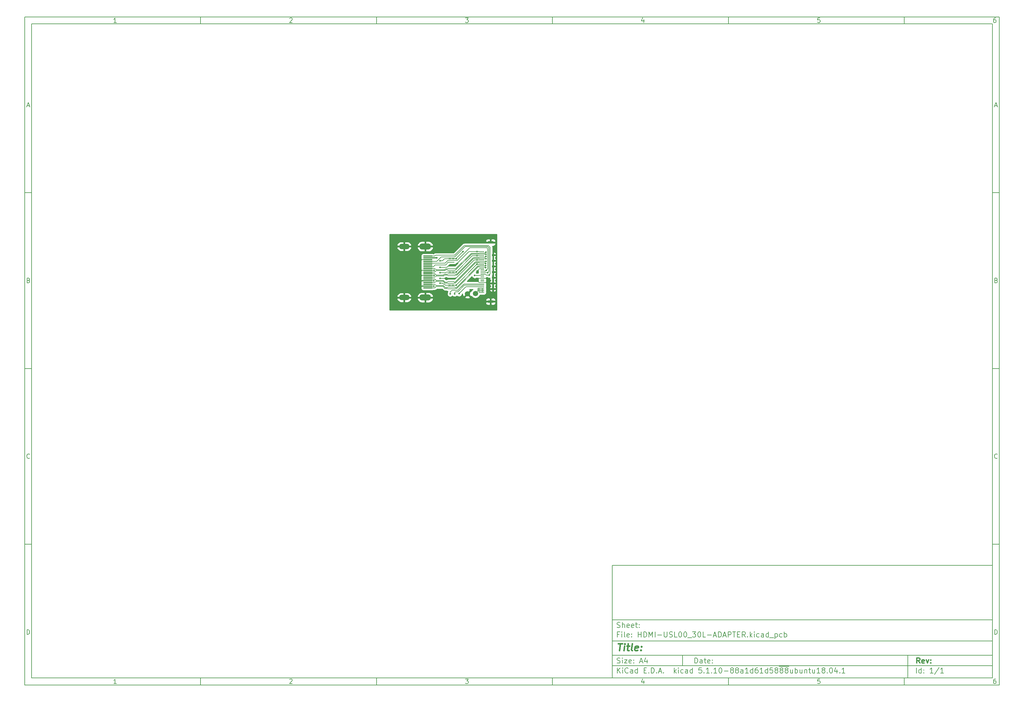
<source format=gbr>
%TF.GenerationSoftware,KiCad,Pcbnew,5.1.10-88a1d61d58~88~ubuntu18.04.1*%
%TF.CreationDate,2021-11-15T16:26:48+07:00*%
%TF.ProjectId,HDMI-USL00_30L-ADAPTER,48444d49-2d55-4534-9c30-305f33304c2d,rev?*%
%TF.SameCoordinates,Original*%
%TF.FileFunction,Copper,L1,Top*%
%TF.FilePolarity,Positive*%
%FSLAX46Y46*%
G04 Gerber Fmt 4.6, Leading zero omitted, Abs format (unit mm)*
G04 Created by KiCad (PCBNEW 5.1.10-88a1d61d58~88~ubuntu18.04.1) date 2021-11-15 16:26:48*
%MOMM*%
%LPD*%
G01*
G04 APERTURE LIST*
%ADD10C,0.100000*%
%ADD11C,0.150000*%
%ADD12C,0.300000*%
%ADD13C,0.400000*%
%TA.AperFunction,ComponentPad*%
%ADD14C,1.500000*%
%TD*%
%TA.AperFunction,ComponentPad*%
%ADD15O,3.000000X1.500000*%
%TD*%
%TA.AperFunction,ComponentPad*%
%ADD16O,3.400000X1.700000*%
%TD*%
%TA.AperFunction,SMDPad,CuDef*%
%ADD17R,2.600000X0.300000*%
%TD*%
%TA.AperFunction,SMDPad,CuDef*%
%ADD18R,0.736600X0.203200*%
%TD*%
%TA.AperFunction,SMDPad,CuDef*%
%ADD19R,0.736600X0.406400*%
%TD*%
%TA.AperFunction,SMDPad,CuDef*%
%ADD20R,1.550000X0.800000*%
%TD*%
%TA.AperFunction,SMDPad,CuDef*%
%ADD21R,0.600000X0.500000*%
%TD*%
%TA.AperFunction,SMDPad,CuDef*%
%ADD22R,1.100000X0.200000*%
%TD*%
%TA.AperFunction,ViaPad*%
%ADD23C,0.500000*%
%TD*%
%TA.AperFunction,Conductor*%
%ADD24C,0.127000*%
%TD*%
%TA.AperFunction,Conductor*%
%ADD25C,0.199000*%
%TD*%
%TA.AperFunction,Conductor*%
%ADD26C,0.300000*%
%TD*%
%TA.AperFunction,Conductor*%
%ADD27C,0.200000*%
%TD*%
%TA.AperFunction,Conductor*%
%ADD28C,0.254000*%
%TD*%
%TA.AperFunction,Conductor*%
%ADD29C,0.100000*%
%TD*%
G04 APERTURE END LIST*
D10*
D11*
X177002200Y-166007200D02*
X177002200Y-198007200D01*
X285002200Y-198007200D01*
X285002200Y-166007200D01*
X177002200Y-166007200D01*
D10*
D11*
X10000000Y-10000000D02*
X10000000Y-200007200D01*
X287002200Y-200007200D01*
X287002200Y-10000000D01*
X10000000Y-10000000D01*
D10*
D11*
X12000000Y-12000000D02*
X12000000Y-198007200D01*
X285002200Y-198007200D01*
X285002200Y-12000000D01*
X12000000Y-12000000D01*
D10*
D11*
X60000000Y-12000000D02*
X60000000Y-10000000D01*
D10*
D11*
X110000000Y-12000000D02*
X110000000Y-10000000D01*
D10*
D11*
X160000000Y-12000000D02*
X160000000Y-10000000D01*
D10*
D11*
X210000000Y-12000000D02*
X210000000Y-10000000D01*
D10*
D11*
X260000000Y-12000000D02*
X260000000Y-10000000D01*
D10*
D11*
X36065476Y-11588095D02*
X35322619Y-11588095D01*
X35694047Y-11588095D02*
X35694047Y-10288095D01*
X35570238Y-10473809D01*
X35446428Y-10597619D01*
X35322619Y-10659523D01*
D10*
D11*
X85322619Y-10411904D02*
X85384523Y-10350000D01*
X85508333Y-10288095D01*
X85817857Y-10288095D01*
X85941666Y-10350000D01*
X86003571Y-10411904D01*
X86065476Y-10535714D01*
X86065476Y-10659523D01*
X86003571Y-10845238D01*
X85260714Y-11588095D01*
X86065476Y-11588095D01*
D10*
D11*
X135260714Y-10288095D02*
X136065476Y-10288095D01*
X135632142Y-10783333D01*
X135817857Y-10783333D01*
X135941666Y-10845238D01*
X136003571Y-10907142D01*
X136065476Y-11030952D01*
X136065476Y-11340476D01*
X136003571Y-11464285D01*
X135941666Y-11526190D01*
X135817857Y-11588095D01*
X135446428Y-11588095D01*
X135322619Y-11526190D01*
X135260714Y-11464285D01*
D10*
D11*
X185941666Y-10721428D02*
X185941666Y-11588095D01*
X185632142Y-10226190D02*
X185322619Y-11154761D01*
X186127380Y-11154761D01*
D10*
D11*
X236003571Y-10288095D02*
X235384523Y-10288095D01*
X235322619Y-10907142D01*
X235384523Y-10845238D01*
X235508333Y-10783333D01*
X235817857Y-10783333D01*
X235941666Y-10845238D01*
X236003571Y-10907142D01*
X236065476Y-11030952D01*
X236065476Y-11340476D01*
X236003571Y-11464285D01*
X235941666Y-11526190D01*
X235817857Y-11588095D01*
X235508333Y-11588095D01*
X235384523Y-11526190D01*
X235322619Y-11464285D01*
D10*
D11*
X285941666Y-10288095D02*
X285694047Y-10288095D01*
X285570238Y-10350000D01*
X285508333Y-10411904D01*
X285384523Y-10597619D01*
X285322619Y-10845238D01*
X285322619Y-11340476D01*
X285384523Y-11464285D01*
X285446428Y-11526190D01*
X285570238Y-11588095D01*
X285817857Y-11588095D01*
X285941666Y-11526190D01*
X286003571Y-11464285D01*
X286065476Y-11340476D01*
X286065476Y-11030952D01*
X286003571Y-10907142D01*
X285941666Y-10845238D01*
X285817857Y-10783333D01*
X285570238Y-10783333D01*
X285446428Y-10845238D01*
X285384523Y-10907142D01*
X285322619Y-11030952D01*
D10*
D11*
X60000000Y-198007200D02*
X60000000Y-200007200D01*
D10*
D11*
X110000000Y-198007200D02*
X110000000Y-200007200D01*
D10*
D11*
X160000000Y-198007200D02*
X160000000Y-200007200D01*
D10*
D11*
X210000000Y-198007200D02*
X210000000Y-200007200D01*
D10*
D11*
X260000000Y-198007200D02*
X260000000Y-200007200D01*
D10*
D11*
X36065476Y-199595295D02*
X35322619Y-199595295D01*
X35694047Y-199595295D02*
X35694047Y-198295295D01*
X35570238Y-198481009D01*
X35446428Y-198604819D01*
X35322619Y-198666723D01*
D10*
D11*
X85322619Y-198419104D02*
X85384523Y-198357200D01*
X85508333Y-198295295D01*
X85817857Y-198295295D01*
X85941666Y-198357200D01*
X86003571Y-198419104D01*
X86065476Y-198542914D01*
X86065476Y-198666723D01*
X86003571Y-198852438D01*
X85260714Y-199595295D01*
X86065476Y-199595295D01*
D10*
D11*
X135260714Y-198295295D02*
X136065476Y-198295295D01*
X135632142Y-198790533D01*
X135817857Y-198790533D01*
X135941666Y-198852438D01*
X136003571Y-198914342D01*
X136065476Y-199038152D01*
X136065476Y-199347676D01*
X136003571Y-199471485D01*
X135941666Y-199533390D01*
X135817857Y-199595295D01*
X135446428Y-199595295D01*
X135322619Y-199533390D01*
X135260714Y-199471485D01*
D10*
D11*
X185941666Y-198728628D02*
X185941666Y-199595295D01*
X185632142Y-198233390D02*
X185322619Y-199161961D01*
X186127380Y-199161961D01*
D10*
D11*
X236003571Y-198295295D02*
X235384523Y-198295295D01*
X235322619Y-198914342D01*
X235384523Y-198852438D01*
X235508333Y-198790533D01*
X235817857Y-198790533D01*
X235941666Y-198852438D01*
X236003571Y-198914342D01*
X236065476Y-199038152D01*
X236065476Y-199347676D01*
X236003571Y-199471485D01*
X235941666Y-199533390D01*
X235817857Y-199595295D01*
X235508333Y-199595295D01*
X235384523Y-199533390D01*
X235322619Y-199471485D01*
D10*
D11*
X285941666Y-198295295D02*
X285694047Y-198295295D01*
X285570238Y-198357200D01*
X285508333Y-198419104D01*
X285384523Y-198604819D01*
X285322619Y-198852438D01*
X285322619Y-199347676D01*
X285384523Y-199471485D01*
X285446428Y-199533390D01*
X285570238Y-199595295D01*
X285817857Y-199595295D01*
X285941666Y-199533390D01*
X286003571Y-199471485D01*
X286065476Y-199347676D01*
X286065476Y-199038152D01*
X286003571Y-198914342D01*
X285941666Y-198852438D01*
X285817857Y-198790533D01*
X285570238Y-198790533D01*
X285446428Y-198852438D01*
X285384523Y-198914342D01*
X285322619Y-199038152D01*
D10*
D11*
X10000000Y-60000000D02*
X12000000Y-60000000D01*
D10*
D11*
X10000000Y-110000000D02*
X12000000Y-110000000D01*
D10*
D11*
X10000000Y-160000000D02*
X12000000Y-160000000D01*
D10*
D11*
X10690476Y-35216666D02*
X11309523Y-35216666D01*
X10566666Y-35588095D02*
X11000000Y-34288095D01*
X11433333Y-35588095D01*
D10*
D11*
X11092857Y-84907142D02*
X11278571Y-84969047D01*
X11340476Y-85030952D01*
X11402380Y-85154761D01*
X11402380Y-85340476D01*
X11340476Y-85464285D01*
X11278571Y-85526190D01*
X11154761Y-85588095D01*
X10659523Y-85588095D01*
X10659523Y-84288095D01*
X11092857Y-84288095D01*
X11216666Y-84350000D01*
X11278571Y-84411904D01*
X11340476Y-84535714D01*
X11340476Y-84659523D01*
X11278571Y-84783333D01*
X11216666Y-84845238D01*
X11092857Y-84907142D01*
X10659523Y-84907142D01*
D10*
D11*
X11402380Y-135464285D02*
X11340476Y-135526190D01*
X11154761Y-135588095D01*
X11030952Y-135588095D01*
X10845238Y-135526190D01*
X10721428Y-135402380D01*
X10659523Y-135278571D01*
X10597619Y-135030952D01*
X10597619Y-134845238D01*
X10659523Y-134597619D01*
X10721428Y-134473809D01*
X10845238Y-134350000D01*
X11030952Y-134288095D01*
X11154761Y-134288095D01*
X11340476Y-134350000D01*
X11402380Y-134411904D01*
D10*
D11*
X10659523Y-185588095D02*
X10659523Y-184288095D01*
X10969047Y-184288095D01*
X11154761Y-184350000D01*
X11278571Y-184473809D01*
X11340476Y-184597619D01*
X11402380Y-184845238D01*
X11402380Y-185030952D01*
X11340476Y-185278571D01*
X11278571Y-185402380D01*
X11154761Y-185526190D01*
X10969047Y-185588095D01*
X10659523Y-185588095D01*
D10*
D11*
X287002200Y-60000000D02*
X285002200Y-60000000D01*
D10*
D11*
X287002200Y-110000000D02*
X285002200Y-110000000D01*
D10*
D11*
X287002200Y-160000000D02*
X285002200Y-160000000D01*
D10*
D11*
X285692676Y-35216666D02*
X286311723Y-35216666D01*
X285568866Y-35588095D02*
X286002200Y-34288095D01*
X286435533Y-35588095D01*
D10*
D11*
X286095057Y-84907142D02*
X286280771Y-84969047D01*
X286342676Y-85030952D01*
X286404580Y-85154761D01*
X286404580Y-85340476D01*
X286342676Y-85464285D01*
X286280771Y-85526190D01*
X286156961Y-85588095D01*
X285661723Y-85588095D01*
X285661723Y-84288095D01*
X286095057Y-84288095D01*
X286218866Y-84350000D01*
X286280771Y-84411904D01*
X286342676Y-84535714D01*
X286342676Y-84659523D01*
X286280771Y-84783333D01*
X286218866Y-84845238D01*
X286095057Y-84907142D01*
X285661723Y-84907142D01*
D10*
D11*
X286404580Y-135464285D02*
X286342676Y-135526190D01*
X286156961Y-135588095D01*
X286033152Y-135588095D01*
X285847438Y-135526190D01*
X285723628Y-135402380D01*
X285661723Y-135278571D01*
X285599819Y-135030952D01*
X285599819Y-134845238D01*
X285661723Y-134597619D01*
X285723628Y-134473809D01*
X285847438Y-134350000D01*
X286033152Y-134288095D01*
X286156961Y-134288095D01*
X286342676Y-134350000D01*
X286404580Y-134411904D01*
D10*
D11*
X285661723Y-185588095D02*
X285661723Y-184288095D01*
X285971247Y-184288095D01*
X286156961Y-184350000D01*
X286280771Y-184473809D01*
X286342676Y-184597619D01*
X286404580Y-184845238D01*
X286404580Y-185030952D01*
X286342676Y-185278571D01*
X286280771Y-185402380D01*
X286156961Y-185526190D01*
X285971247Y-185588095D01*
X285661723Y-185588095D01*
D10*
D11*
X200434342Y-193785771D02*
X200434342Y-192285771D01*
X200791485Y-192285771D01*
X201005771Y-192357200D01*
X201148628Y-192500057D01*
X201220057Y-192642914D01*
X201291485Y-192928628D01*
X201291485Y-193142914D01*
X201220057Y-193428628D01*
X201148628Y-193571485D01*
X201005771Y-193714342D01*
X200791485Y-193785771D01*
X200434342Y-193785771D01*
X202577200Y-193785771D02*
X202577200Y-193000057D01*
X202505771Y-192857200D01*
X202362914Y-192785771D01*
X202077200Y-192785771D01*
X201934342Y-192857200D01*
X202577200Y-193714342D02*
X202434342Y-193785771D01*
X202077200Y-193785771D01*
X201934342Y-193714342D01*
X201862914Y-193571485D01*
X201862914Y-193428628D01*
X201934342Y-193285771D01*
X202077200Y-193214342D01*
X202434342Y-193214342D01*
X202577200Y-193142914D01*
X203077200Y-192785771D02*
X203648628Y-192785771D01*
X203291485Y-192285771D02*
X203291485Y-193571485D01*
X203362914Y-193714342D01*
X203505771Y-193785771D01*
X203648628Y-193785771D01*
X204720057Y-193714342D02*
X204577200Y-193785771D01*
X204291485Y-193785771D01*
X204148628Y-193714342D01*
X204077200Y-193571485D01*
X204077200Y-193000057D01*
X204148628Y-192857200D01*
X204291485Y-192785771D01*
X204577200Y-192785771D01*
X204720057Y-192857200D01*
X204791485Y-193000057D01*
X204791485Y-193142914D01*
X204077200Y-193285771D01*
X205434342Y-193642914D02*
X205505771Y-193714342D01*
X205434342Y-193785771D01*
X205362914Y-193714342D01*
X205434342Y-193642914D01*
X205434342Y-193785771D01*
X205434342Y-192857200D02*
X205505771Y-192928628D01*
X205434342Y-193000057D01*
X205362914Y-192928628D01*
X205434342Y-192857200D01*
X205434342Y-193000057D01*
D10*
D11*
X177002200Y-194507200D02*
X285002200Y-194507200D01*
D10*
D11*
X178434342Y-196585771D02*
X178434342Y-195085771D01*
X179291485Y-196585771D02*
X178648628Y-195728628D01*
X179291485Y-195085771D02*
X178434342Y-195942914D01*
X179934342Y-196585771D02*
X179934342Y-195585771D01*
X179934342Y-195085771D02*
X179862914Y-195157200D01*
X179934342Y-195228628D01*
X180005771Y-195157200D01*
X179934342Y-195085771D01*
X179934342Y-195228628D01*
X181505771Y-196442914D02*
X181434342Y-196514342D01*
X181220057Y-196585771D01*
X181077200Y-196585771D01*
X180862914Y-196514342D01*
X180720057Y-196371485D01*
X180648628Y-196228628D01*
X180577200Y-195942914D01*
X180577200Y-195728628D01*
X180648628Y-195442914D01*
X180720057Y-195300057D01*
X180862914Y-195157200D01*
X181077200Y-195085771D01*
X181220057Y-195085771D01*
X181434342Y-195157200D01*
X181505771Y-195228628D01*
X182791485Y-196585771D02*
X182791485Y-195800057D01*
X182720057Y-195657200D01*
X182577200Y-195585771D01*
X182291485Y-195585771D01*
X182148628Y-195657200D01*
X182791485Y-196514342D02*
X182648628Y-196585771D01*
X182291485Y-196585771D01*
X182148628Y-196514342D01*
X182077200Y-196371485D01*
X182077200Y-196228628D01*
X182148628Y-196085771D01*
X182291485Y-196014342D01*
X182648628Y-196014342D01*
X182791485Y-195942914D01*
X184148628Y-196585771D02*
X184148628Y-195085771D01*
X184148628Y-196514342D02*
X184005771Y-196585771D01*
X183720057Y-196585771D01*
X183577200Y-196514342D01*
X183505771Y-196442914D01*
X183434342Y-196300057D01*
X183434342Y-195871485D01*
X183505771Y-195728628D01*
X183577200Y-195657200D01*
X183720057Y-195585771D01*
X184005771Y-195585771D01*
X184148628Y-195657200D01*
X186005771Y-195800057D02*
X186505771Y-195800057D01*
X186720057Y-196585771D02*
X186005771Y-196585771D01*
X186005771Y-195085771D01*
X186720057Y-195085771D01*
X187362914Y-196442914D02*
X187434342Y-196514342D01*
X187362914Y-196585771D01*
X187291485Y-196514342D01*
X187362914Y-196442914D01*
X187362914Y-196585771D01*
X188077200Y-196585771D02*
X188077200Y-195085771D01*
X188434342Y-195085771D01*
X188648628Y-195157200D01*
X188791485Y-195300057D01*
X188862914Y-195442914D01*
X188934342Y-195728628D01*
X188934342Y-195942914D01*
X188862914Y-196228628D01*
X188791485Y-196371485D01*
X188648628Y-196514342D01*
X188434342Y-196585771D01*
X188077200Y-196585771D01*
X189577200Y-196442914D02*
X189648628Y-196514342D01*
X189577200Y-196585771D01*
X189505771Y-196514342D01*
X189577200Y-196442914D01*
X189577200Y-196585771D01*
X190220057Y-196157200D02*
X190934342Y-196157200D01*
X190077200Y-196585771D02*
X190577200Y-195085771D01*
X191077200Y-196585771D01*
X191577200Y-196442914D02*
X191648628Y-196514342D01*
X191577200Y-196585771D01*
X191505771Y-196514342D01*
X191577200Y-196442914D01*
X191577200Y-196585771D01*
X194577200Y-196585771D02*
X194577200Y-195085771D01*
X194720057Y-196014342D02*
X195148628Y-196585771D01*
X195148628Y-195585771D02*
X194577200Y-196157200D01*
X195791485Y-196585771D02*
X195791485Y-195585771D01*
X195791485Y-195085771D02*
X195720057Y-195157200D01*
X195791485Y-195228628D01*
X195862914Y-195157200D01*
X195791485Y-195085771D01*
X195791485Y-195228628D01*
X197148628Y-196514342D02*
X197005771Y-196585771D01*
X196720057Y-196585771D01*
X196577200Y-196514342D01*
X196505771Y-196442914D01*
X196434342Y-196300057D01*
X196434342Y-195871485D01*
X196505771Y-195728628D01*
X196577200Y-195657200D01*
X196720057Y-195585771D01*
X197005771Y-195585771D01*
X197148628Y-195657200D01*
X198434342Y-196585771D02*
X198434342Y-195800057D01*
X198362914Y-195657200D01*
X198220057Y-195585771D01*
X197934342Y-195585771D01*
X197791485Y-195657200D01*
X198434342Y-196514342D02*
X198291485Y-196585771D01*
X197934342Y-196585771D01*
X197791485Y-196514342D01*
X197720057Y-196371485D01*
X197720057Y-196228628D01*
X197791485Y-196085771D01*
X197934342Y-196014342D01*
X198291485Y-196014342D01*
X198434342Y-195942914D01*
X199791485Y-196585771D02*
X199791485Y-195085771D01*
X199791485Y-196514342D02*
X199648628Y-196585771D01*
X199362914Y-196585771D01*
X199220057Y-196514342D01*
X199148628Y-196442914D01*
X199077200Y-196300057D01*
X199077200Y-195871485D01*
X199148628Y-195728628D01*
X199220057Y-195657200D01*
X199362914Y-195585771D01*
X199648628Y-195585771D01*
X199791485Y-195657200D01*
X202362914Y-195085771D02*
X201648628Y-195085771D01*
X201577200Y-195800057D01*
X201648628Y-195728628D01*
X201791485Y-195657200D01*
X202148628Y-195657200D01*
X202291485Y-195728628D01*
X202362914Y-195800057D01*
X202434342Y-195942914D01*
X202434342Y-196300057D01*
X202362914Y-196442914D01*
X202291485Y-196514342D01*
X202148628Y-196585771D01*
X201791485Y-196585771D01*
X201648628Y-196514342D01*
X201577200Y-196442914D01*
X203077200Y-196442914D02*
X203148628Y-196514342D01*
X203077200Y-196585771D01*
X203005771Y-196514342D01*
X203077200Y-196442914D01*
X203077200Y-196585771D01*
X204577200Y-196585771D02*
X203720057Y-196585771D01*
X204148628Y-196585771D02*
X204148628Y-195085771D01*
X204005771Y-195300057D01*
X203862914Y-195442914D01*
X203720057Y-195514342D01*
X205220057Y-196442914D02*
X205291485Y-196514342D01*
X205220057Y-196585771D01*
X205148628Y-196514342D01*
X205220057Y-196442914D01*
X205220057Y-196585771D01*
X206720057Y-196585771D02*
X205862914Y-196585771D01*
X206291485Y-196585771D02*
X206291485Y-195085771D01*
X206148628Y-195300057D01*
X206005771Y-195442914D01*
X205862914Y-195514342D01*
X207648628Y-195085771D02*
X207791485Y-195085771D01*
X207934342Y-195157200D01*
X208005771Y-195228628D01*
X208077200Y-195371485D01*
X208148628Y-195657200D01*
X208148628Y-196014342D01*
X208077200Y-196300057D01*
X208005771Y-196442914D01*
X207934342Y-196514342D01*
X207791485Y-196585771D01*
X207648628Y-196585771D01*
X207505771Y-196514342D01*
X207434342Y-196442914D01*
X207362914Y-196300057D01*
X207291485Y-196014342D01*
X207291485Y-195657200D01*
X207362914Y-195371485D01*
X207434342Y-195228628D01*
X207505771Y-195157200D01*
X207648628Y-195085771D01*
X208791485Y-196014342D02*
X209934342Y-196014342D01*
X210862914Y-195728628D02*
X210720057Y-195657200D01*
X210648628Y-195585771D01*
X210577200Y-195442914D01*
X210577200Y-195371485D01*
X210648628Y-195228628D01*
X210720057Y-195157200D01*
X210862914Y-195085771D01*
X211148628Y-195085771D01*
X211291485Y-195157200D01*
X211362914Y-195228628D01*
X211434342Y-195371485D01*
X211434342Y-195442914D01*
X211362914Y-195585771D01*
X211291485Y-195657200D01*
X211148628Y-195728628D01*
X210862914Y-195728628D01*
X210720057Y-195800057D01*
X210648628Y-195871485D01*
X210577200Y-196014342D01*
X210577200Y-196300057D01*
X210648628Y-196442914D01*
X210720057Y-196514342D01*
X210862914Y-196585771D01*
X211148628Y-196585771D01*
X211291485Y-196514342D01*
X211362914Y-196442914D01*
X211434342Y-196300057D01*
X211434342Y-196014342D01*
X211362914Y-195871485D01*
X211291485Y-195800057D01*
X211148628Y-195728628D01*
X212291485Y-195728628D02*
X212148628Y-195657200D01*
X212077200Y-195585771D01*
X212005771Y-195442914D01*
X212005771Y-195371485D01*
X212077200Y-195228628D01*
X212148628Y-195157200D01*
X212291485Y-195085771D01*
X212577200Y-195085771D01*
X212720057Y-195157200D01*
X212791485Y-195228628D01*
X212862914Y-195371485D01*
X212862914Y-195442914D01*
X212791485Y-195585771D01*
X212720057Y-195657200D01*
X212577200Y-195728628D01*
X212291485Y-195728628D01*
X212148628Y-195800057D01*
X212077200Y-195871485D01*
X212005771Y-196014342D01*
X212005771Y-196300057D01*
X212077200Y-196442914D01*
X212148628Y-196514342D01*
X212291485Y-196585771D01*
X212577200Y-196585771D01*
X212720057Y-196514342D01*
X212791485Y-196442914D01*
X212862914Y-196300057D01*
X212862914Y-196014342D01*
X212791485Y-195871485D01*
X212720057Y-195800057D01*
X212577200Y-195728628D01*
X214148628Y-196585771D02*
X214148628Y-195800057D01*
X214077200Y-195657200D01*
X213934342Y-195585771D01*
X213648628Y-195585771D01*
X213505771Y-195657200D01*
X214148628Y-196514342D02*
X214005771Y-196585771D01*
X213648628Y-196585771D01*
X213505771Y-196514342D01*
X213434342Y-196371485D01*
X213434342Y-196228628D01*
X213505771Y-196085771D01*
X213648628Y-196014342D01*
X214005771Y-196014342D01*
X214148628Y-195942914D01*
X215648628Y-196585771D02*
X214791485Y-196585771D01*
X215220057Y-196585771D02*
X215220057Y-195085771D01*
X215077200Y-195300057D01*
X214934342Y-195442914D01*
X214791485Y-195514342D01*
X216934342Y-196585771D02*
X216934342Y-195085771D01*
X216934342Y-196514342D02*
X216791485Y-196585771D01*
X216505771Y-196585771D01*
X216362914Y-196514342D01*
X216291485Y-196442914D01*
X216220057Y-196300057D01*
X216220057Y-195871485D01*
X216291485Y-195728628D01*
X216362914Y-195657200D01*
X216505771Y-195585771D01*
X216791485Y-195585771D01*
X216934342Y-195657200D01*
X218291485Y-195085771D02*
X218005771Y-195085771D01*
X217862914Y-195157200D01*
X217791485Y-195228628D01*
X217648628Y-195442914D01*
X217577200Y-195728628D01*
X217577200Y-196300057D01*
X217648628Y-196442914D01*
X217720057Y-196514342D01*
X217862914Y-196585771D01*
X218148628Y-196585771D01*
X218291485Y-196514342D01*
X218362914Y-196442914D01*
X218434342Y-196300057D01*
X218434342Y-195942914D01*
X218362914Y-195800057D01*
X218291485Y-195728628D01*
X218148628Y-195657200D01*
X217862914Y-195657200D01*
X217720057Y-195728628D01*
X217648628Y-195800057D01*
X217577200Y-195942914D01*
X219862914Y-196585771D02*
X219005771Y-196585771D01*
X219434342Y-196585771D02*
X219434342Y-195085771D01*
X219291485Y-195300057D01*
X219148628Y-195442914D01*
X219005771Y-195514342D01*
X221148628Y-196585771D02*
X221148628Y-195085771D01*
X221148628Y-196514342D02*
X221005771Y-196585771D01*
X220720057Y-196585771D01*
X220577200Y-196514342D01*
X220505771Y-196442914D01*
X220434342Y-196300057D01*
X220434342Y-195871485D01*
X220505771Y-195728628D01*
X220577200Y-195657200D01*
X220720057Y-195585771D01*
X221005771Y-195585771D01*
X221148628Y-195657200D01*
X222577200Y-195085771D02*
X221862914Y-195085771D01*
X221791485Y-195800057D01*
X221862914Y-195728628D01*
X222005771Y-195657200D01*
X222362914Y-195657200D01*
X222505771Y-195728628D01*
X222577200Y-195800057D01*
X222648628Y-195942914D01*
X222648628Y-196300057D01*
X222577200Y-196442914D01*
X222505771Y-196514342D01*
X222362914Y-196585771D01*
X222005771Y-196585771D01*
X221862914Y-196514342D01*
X221791485Y-196442914D01*
X223505771Y-195728628D02*
X223362914Y-195657200D01*
X223291485Y-195585771D01*
X223220057Y-195442914D01*
X223220057Y-195371485D01*
X223291485Y-195228628D01*
X223362914Y-195157200D01*
X223505771Y-195085771D01*
X223791485Y-195085771D01*
X223934342Y-195157200D01*
X224005771Y-195228628D01*
X224077200Y-195371485D01*
X224077200Y-195442914D01*
X224005771Y-195585771D01*
X223934342Y-195657200D01*
X223791485Y-195728628D01*
X223505771Y-195728628D01*
X223362914Y-195800057D01*
X223291485Y-195871485D01*
X223220057Y-196014342D01*
X223220057Y-196300057D01*
X223291485Y-196442914D01*
X223362914Y-196514342D01*
X223505771Y-196585771D01*
X223791485Y-196585771D01*
X223934342Y-196514342D01*
X224005771Y-196442914D01*
X224077200Y-196300057D01*
X224077200Y-196014342D01*
X224005771Y-195871485D01*
X223934342Y-195800057D01*
X223791485Y-195728628D01*
X224362914Y-194677200D02*
X225791485Y-194677200D01*
X224934342Y-195728628D02*
X224791485Y-195657200D01*
X224720057Y-195585771D01*
X224648628Y-195442914D01*
X224648628Y-195371485D01*
X224720057Y-195228628D01*
X224791485Y-195157200D01*
X224934342Y-195085771D01*
X225220057Y-195085771D01*
X225362914Y-195157200D01*
X225434342Y-195228628D01*
X225505771Y-195371485D01*
X225505771Y-195442914D01*
X225434342Y-195585771D01*
X225362914Y-195657200D01*
X225220057Y-195728628D01*
X224934342Y-195728628D01*
X224791485Y-195800057D01*
X224720057Y-195871485D01*
X224648628Y-196014342D01*
X224648628Y-196300057D01*
X224720057Y-196442914D01*
X224791485Y-196514342D01*
X224934342Y-196585771D01*
X225220057Y-196585771D01*
X225362914Y-196514342D01*
X225434342Y-196442914D01*
X225505771Y-196300057D01*
X225505771Y-196014342D01*
X225434342Y-195871485D01*
X225362914Y-195800057D01*
X225220057Y-195728628D01*
X225791485Y-194677200D02*
X227220057Y-194677200D01*
X226362914Y-195728628D02*
X226220057Y-195657200D01*
X226148628Y-195585771D01*
X226077199Y-195442914D01*
X226077199Y-195371485D01*
X226148628Y-195228628D01*
X226220057Y-195157200D01*
X226362914Y-195085771D01*
X226648628Y-195085771D01*
X226791485Y-195157200D01*
X226862914Y-195228628D01*
X226934342Y-195371485D01*
X226934342Y-195442914D01*
X226862914Y-195585771D01*
X226791485Y-195657200D01*
X226648628Y-195728628D01*
X226362914Y-195728628D01*
X226220057Y-195800057D01*
X226148628Y-195871485D01*
X226077199Y-196014342D01*
X226077199Y-196300057D01*
X226148628Y-196442914D01*
X226220057Y-196514342D01*
X226362914Y-196585771D01*
X226648628Y-196585771D01*
X226791485Y-196514342D01*
X226862914Y-196442914D01*
X226934342Y-196300057D01*
X226934342Y-196014342D01*
X226862914Y-195871485D01*
X226791485Y-195800057D01*
X226648628Y-195728628D01*
X228220057Y-195585771D02*
X228220057Y-196585771D01*
X227577199Y-195585771D02*
X227577199Y-196371485D01*
X227648628Y-196514342D01*
X227791485Y-196585771D01*
X228005771Y-196585771D01*
X228148628Y-196514342D01*
X228220057Y-196442914D01*
X228934342Y-196585771D02*
X228934342Y-195085771D01*
X228934342Y-195657200D02*
X229077199Y-195585771D01*
X229362914Y-195585771D01*
X229505771Y-195657200D01*
X229577199Y-195728628D01*
X229648628Y-195871485D01*
X229648628Y-196300057D01*
X229577199Y-196442914D01*
X229505771Y-196514342D01*
X229362914Y-196585771D01*
X229077199Y-196585771D01*
X228934342Y-196514342D01*
X230934342Y-195585771D02*
X230934342Y-196585771D01*
X230291485Y-195585771D02*
X230291485Y-196371485D01*
X230362914Y-196514342D01*
X230505771Y-196585771D01*
X230720057Y-196585771D01*
X230862914Y-196514342D01*
X230934342Y-196442914D01*
X231648628Y-195585771D02*
X231648628Y-196585771D01*
X231648628Y-195728628D02*
X231720057Y-195657200D01*
X231862914Y-195585771D01*
X232077199Y-195585771D01*
X232220057Y-195657200D01*
X232291485Y-195800057D01*
X232291485Y-196585771D01*
X232791485Y-195585771D02*
X233362914Y-195585771D01*
X233005771Y-195085771D02*
X233005771Y-196371485D01*
X233077199Y-196514342D01*
X233220057Y-196585771D01*
X233362914Y-196585771D01*
X234505771Y-195585771D02*
X234505771Y-196585771D01*
X233862914Y-195585771D02*
X233862914Y-196371485D01*
X233934342Y-196514342D01*
X234077200Y-196585771D01*
X234291485Y-196585771D01*
X234434342Y-196514342D01*
X234505771Y-196442914D01*
X236005771Y-196585771D02*
X235148628Y-196585771D01*
X235577200Y-196585771D02*
X235577200Y-195085771D01*
X235434342Y-195300057D01*
X235291485Y-195442914D01*
X235148628Y-195514342D01*
X236862914Y-195728628D02*
X236720057Y-195657200D01*
X236648628Y-195585771D01*
X236577199Y-195442914D01*
X236577199Y-195371485D01*
X236648628Y-195228628D01*
X236720057Y-195157200D01*
X236862914Y-195085771D01*
X237148628Y-195085771D01*
X237291485Y-195157200D01*
X237362914Y-195228628D01*
X237434342Y-195371485D01*
X237434342Y-195442914D01*
X237362914Y-195585771D01*
X237291485Y-195657200D01*
X237148628Y-195728628D01*
X236862914Y-195728628D01*
X236720057Y-195800057D01*
X236648628Y-195871485D01*
X236577199Y-196014342D01*
X236577199Y-196300057D01*
X236648628Y-196442914D01*
X236720057Y-196514342D01*
X236862914Y-196585771D01*
X237148628Y-196585771D01*
X237291485Y-196514342D01*
X237362914Y-196442914D01*
X237434342Y-196300057D01*
X237434342Y-196014342D01*
X237362914Y-195871485D01*
X237291485Y-195800057D01*
X237148628Y-195728628D01*
X238077199Y-196442914D02*
X238148628Y-196514342D01*
X238077199Y-196585771D01*
X238005771Y-196514342D01*
X238077199Y-196442914D01*
X238077199Y-196585771D01*
X239077199Y-195085771D02*
X239220057Y-195085771D01*
X239362914Y-195157200D01*
X239434342Y-195228628D01*
X239505771Y-195371485D01*
X239577199Y-195657200D01*
X239577199Y-196014342D01*
X239505771Y-196300057D01*
X239434342Y-196442914D01*
X239362914Y-196514342D01*
X239220057Y-196585771D01*
X239077199Y-196585771D01*
X238934342Y-196514342D01*
X238862914Y-196442914D01*
X238791485Y-196300057D01*
X238720057Y-196014342D01*
X238720057Y-195657200D01*
X238791485Y-195371485D01*
X238862914Y-195228628D01*
X238934342Y-195157200D01*
X239077199Y-195085771D01*
X240862914Y-195585771D02*
X240862914Y-196585771D01*
X240505771Y-195014342D02*
X240148628Y-196085771D01*
X241077199Y-196085771D01*
X241648628Y-196442914D02*
X241720057Y-196514342D01*
X241648628Y-196585771D01*
X241577199Y-196514342D01*
X241648628Y-196442914D01*
X241648628Y-196585771D01*
X243148628Y-196585771D02*
X242291485Y-196585771D01*
X242720057Y-196585771D02*
X242720057Y-195085771D01*
X242577199Y-195300057D01*
X242434342Y-195442914D01*
X242291485Y-195514342D01*
D10*
D11*
X177002200Y-191507200D02*
X285002200Y-191507200D01*
D10*
D12*
X264411485Y-193785771D02*
X263911485Y-193071485D01*
X263554342Y-193785771D02*
X263554342Y-192285771D01*
X264125771Y-192285771D01*
X264268628Y-192357200D01*
X264340057Y-192428628D01*
X264411485Y-192571485D01*
X264411485Y-192785771D01*
X264340057Y-192928628D01*
X264268628Y-193000057D01*
X264125771Y-193071485D01*
X263554342Y-193071485D01*
X265625771Y-193714342D02*
X265482914Y-193785771D01*
X265197200Y-193785771D01*
X265054342Y-193714342D01*
X264982914Y-193571485D01*
X264982914Y-193000057D01*
X265054342Y-192857200D01*
X265197200Y-192785771D01*
X265482914Y-192785771D01*
X265625771Y-192857200D01*
X265697200Y-193000057D01*
X265697200Y-193142914D01*
X264982914Y-193285771D01*
X266197200Y-192785771D02*
X266554342Y-193785771D01*
X266911485Y-192785771D01*
X267482914Y-193642914D02*
X267554342Y-193714342D01*
X267482914Y-193785771D01*
X267411485Y-193714342D01*
X267482914Y-193642914D01*
X267482914Y-193785771D01*
X267482914Y-192857200D02*
X267554342Y-192928628D01*
X267482914Y-193000057D01*
X267411485Y-192928628D01*
X267482914Y-192857200D01*
X267482914Y-193000057D01*
D10*
D11*
X178362914Y-193714342D02*
X178577200Y-193785771D01*
X178934342Y-193785771D01*
X179077200Y-193714342D01*
X179148628Y-193642914D01*
X179220057Y-193500057D01*
X179220057Y-193357200D01*
X179148628Y-193214342D01*
X179077200Y-193142914D01*
X178934342Y-193071485D01*
X178648628Y-193000057D01*
X178505771Y-192928628D01*
X178434342Y-192857200D01*
X178362914Y-192714342D01*
X178362914Y-192571485D01*
X178434342Y-192428628D01*
X178505771Y-192357200D01*
X178648628Y-192285771D01*
X179005771Y-192285771D01*
X179220057Y-192357200D01*
X179862914Y-193785771D02*
X179862914Y-192785771D01*
X179862914Y-192285771D02*
X179791485Y-192357200D01*
X179862914Y-192428628D01*
X179934342Y-192357200D01*
X179862914Y-192285771D01*
X179862914Y-192428628D01*
X180434342Y-192785771D02*
X181220057Y-192785771D01*
X180434342Y-193785771D01*
X181220057Y-193785771D01*
X182362914Y-193714342D02*
X182220057Y-193785771D01*
X181934342Y-193785771D01*
X181791485Y-193714342D01*
X181720057Y-193571485D01*
X181720057Y-193000057D01*
X181791485Y-192857200D01*
X181934342Y-192785771D01*
X182220057Y-192785771D01*
X182362914Y-192857200D01*
X182434342Y-193000057D01*
X182434342Y-193142914D01*
X181720057Y-193285771D01*
X183077200Y-193642914D02*
X183148628Y-193714342D01*
X183077200Y-193785771D01*
X183005771Y-193714342D01*
X183077200Y-193642914D01*
X183077200Y-193785771D01*
X183077200Y-192857200D02*
X183148628Y-192928628D01*
X183077200Y-193000057D01*
X183005771Y-192928628D01*
X183077200Y-192857200D01*
X183077200Y-193000057D01*
X184862914Y-193357200D02*
X185577200Y-193357200D01*
X184720057Y-193785771D02*
X185220057Y-192285771D01*
X185720057Y-193785771D01*
X186862914Y-192785771D02*
X186862914Y-193785771D01*
X186505771Y-192214342D02*
X186148628Y-193285771D01*
X187077200Y-193285771D01*
D10*
D11*
X263434342Y-196585771D02*
X263434342Y-195085771D01*
X264791485Y-196585771D02*
X264791485Y-195085771D01*
X264791485Y-196514342D02*
X264648628Y-196585771D01*
X264362914Y-196585771D01*
X264220057Y-196514342D01*
X264148628Y-196442914D01*
X264077200Y-196300057D01*
X264077200Y-195871485D01*
X264148628Y-195728628D01*
X264220057Y-195657200D01*
X264362914Y-195585771D01*
X264648628Y-195585771D01*
X264791485Y-195657200D01*
X265505771Y-196442914D02*
X265577200Y-196514342D01*
X265505771Y-196585771D01*
X265434342Y-196514342D01*
X265505771Y-196442914D01*
X265505771Y-196585771D01*
X265505771Y-195657200D02*
X265577200Y-195728628D01*
X265505771Y-195800057D01*
X265434342Y-195728628D01*
X265505771Y-195657200D01*
X265505771Y-195800057D01*
X268148628Y-196585771D02*
X267291485Y-196585771D01*
X267720057Y-196585771D02*
X267720057Y-195085771D01*
X267577200Y-195300057D01*
X267434342Y-195442914D01*
X267291485Y-195514342D01*
X269862914Y-195014342D02*
X268577200Y-196942914D01*
X271148628Y-196585771D02*
X270291485Y-196585771D01*
X270720057Y-196585771D02*
X270720057Y-195085771D01*
X270577200Y-195300057D01*
X270434342Y-195442914D01*
X270291485Y-195514342D01*
D10*
D11*
X177002200Y-187507200D02*
X285002200Y-187507200D01*
D10*
D13*
X178714580Y-188211961D02*
X179857438Y-188211961D01*
X179036009Y-190211961D02*
X179286009Y-188211961D01*
X180274104Y-190211961D02*
X180440771Y-188878628D01*
X180524104Y-188211961D02*
X180416961Y-188307200D01*
X180500295Y-188402438D01*
X180607438Y-188307200D01*
X180524104Y-188211961D01*
X180500295Y-188402438D01*
X181107438Y-188878628D02*
X181869342Y-188878628D01*
X181476485Y-188211961D02*
X181262200Y-189926247D01*
X181333628Y-190116723D01*
X181512200Y-190211961D01*
X181702676Y-190211961D01*
X182655057Y-190211961D02*
X182476485Y-190116723D01*
X182405057Y-189926247D01*
X182619342Y-188211961D01*
X184190771Y-190116723D02*
X183988390Y-190211961D01*
X183607438Y-190211961D01*
X183428866Y-190116723D01*
X183357438Y-189926247D01*
X183452676Y-189164342D01*
X183571723Y-188973866D01*
X183774104Y-188878628D01*
X184155057Y-188878628D01*
X184333628Y-188973866D01*
X184405057Y-189164342D01*
X184381247Y-189354819D01*
X183405057Y-189545295D01*
X185155057Y-190021485D02*
X185238390Y-190116723D01*
X185131247Y-190211961D01*
X185047914Y-190116723D01*
X185155057Y-190021485D01*
X185131247Y-190211961D01*
X185286009Y-188973866D02*
X185369342Y-189069104D01*
X185262200Y-189164342D01*
X185178866Y-189069104D01*
X185286009Y-188973866D01*
X185262200Y-189164342D01*
D10*
D11*
X178934342Y-185600057D02*
X178434342Y-185600057D01*
X178434342Y-186385771D02*
X178434342Y-184885771D01*
X179148628Y-184885771D01*
X179720057Y-186385771D02*
X179720057Y-185385771D01*
X179720057Y-184885771D02*
X179648628Y-184957200D01*
X179720057Y-185028628D01*
X179791485Y-184957200D01*
X179720057Y-184885771D01*
X179720057Y-185028628D01*
X180648628Y-186385771D02*
X180505771Y-186314342D01*
X180434342Y-186171485D01*
X180434342Y-184885771D01*
X181791485Y-186314342D02*
X181648628Y-186385771D01*
X181362914Y-186385771D01*
X181220057Y-186314342D01*
X181148628Y-186171485D01*
X181148628Y-185600057D01*
X181220057Y-185457200D01*
X181362914Y-185385771D01*
X181648628Y-185385771D01*
X181791485Y-185457200D01*
X181862914Y-185600057D01*
X181862914Y-185742914D01*
X181148628Y-185885771D01*
X182505771Y-186242914D02*
X182577200Y-186314342D01*
X182505771Y-186385771D01*
X182434342Y-186314342D01*
X182505771Y-186242914D01*
X182505771Y-186385771D01*
X182505771Y-185457200D02*
X182577200Y-185528628D01*
X182505771Y-185600057D01*
X182434342Y-185528628D01*
X182505771Y-185457200D01*
X182505771Y-185600057D01*
X184362914Y-186385771D02*
X184362914Y-184885771D01*
X184362914Y-185600057D02*
X185220057Y-185600057D01*
X185220057Y-186385771D02*
X185220057Y-184885771D01*
X185934342Y-186385771D02*
X185934342Y-184885771D01*
X186291485Y-184885771D01*
X186505771Y-184957200D01*
X186648628Y-185100057D01*
X186720057Y-185242914D01*
X186791485Y-185528628D01*
X186791485Y-185742914D01*
X186720057Y-186028628D01*
X186648628Y-186171485D01*
X186505771Y-186314342D01*
X186291485Y-186385771D01*
X185934342Y-186385771D01*
X187434342Y-186385771D02*
X187434342Y-184885771D01*
X187934342Y-185957200D01*
X188434342Y-184885771D01*
X188434342Y-186385771D01*
X189148628Y-186385771D02*
X189148628Y-184885771D01*
X189862914Y-185814342D02*
X191005771Y-185814342D01*
X191720057Y-184885771D02*
X191720057Y-186100057D01*
X191791485Y-186242914D01*
X191862914Y-186314342D01*
X192005771Y-186385771D01*
X192291485Y-186385771D01*
X192434342Y-186314342D01*
X192505771Y-186242914D01*
X192577200Y-186100057D01*
X192577200Y-184885771D01*
X193220057Y-186314342D02*
X193434342Y-186385771D01*
X193791485Y-186385771D01*
X193934342Y-186314342D01*
X194005771Y-186242914D01*
X194077200Y-186100057D01*
X194077200Y-185957200D01*
X194005771Y-185814342D01*
X193934342Y-185742914D01*
X193791485Y-185671485D01*
X193505771Y-185600057D01*
X193362914Y-185528628D01*
X193291485Y-185457200D01*
X193220057Y-185314342D01*
X193220057Y-185171485D01*
X193291485Y-185028628D01*
X193362914Y-184957200D01*
X193505771Y-184885771D01*
X193862914Y-184885771D01*
X194077200Y-184957200D01*
X195434342Y-186385771D02*
X194720057Y-186385771D01*
X194720057Y-184885771D01*
X196220057Y-184885771D02*
X196362914Y-184885771D01*
X196505771Y-184957200D01*
X196577200Y-185028628D01*
X196648628Y-185171485D01*
X196720057Y-185457200D01*
X196720057Y-185814342D01*
X196648628Y-186100057D01*
X196577200Y-186242914D01*
X196505771Y-186314342D01*
X196362914Y-186385771D01*
X196220057Y-186385771D01*
X196077200Y-186314342D01*
X196005771Y-186242914D01*
X195934342Y-186100057D01*
X195862914Y-185814342D01*
X195862914Y-185457200D01*
X195934342Y-185171485D01*
X196005771Y-185028628D01*
X196077200Y-184957200D01*
X196220057Y-184885771D01*
X197648628Y-184885771D02*
X197791485Y-184885771D01*
X197934342Y-184957200D01*
X198005771Y-185028628D01*
X198077200Y-185171485D01*
X198148628Y-185457200D01*
X198148628Y-185814342D01*
X198077200Y-186100057D01*
X198005771Y-186242914D01*
X197934342Y-186314342D01*
X197791485Y-186385771D01*
X197648628Y-186385771D01*
X197505771Y-186314342D01*
X197434342Y-186242914D01*
X197362914Y-186100057D01*
X197291485Y-185814342D01*
X197291485Y-185457200D01*
X197362914Y-185171485D01*
X197434342Y-185028628D01*
X197505771Y-184957200D01*
X197648628Y-184885771D01*
X198434342Y-186528628D02*
X199577200Y-186528628D01*
X199791485Y-184885771D02*
X200720057Y-184885771D01*
X200220057Y-185457200D01*
X200434342Y-185457200D01*
X200577200Y-185528628D01*
X200648628Y-185600057D01*
X200720057Y-185742914D01*
X200720057Y-186100057D01*
X200648628Y-186242914D01*
X200577200Y-186314342D01*
X200434342Y-186385771D01*
X200005771Y-186385771D01*
X199862914Y-186314342D01*
X199791485Y-186242914D01*
X201648628Y-184885771D02*
X201791485Y-184885771D01*
X201934342Y-184957200D01*
X202005771Y-185028628D01*
X202077200Y-185171485D01*
X202148628Y-185457200D01*
X202148628Y-185814342D01*
X202077200Y-186100057D01*
X202005771Y-186242914D01*
X201934342Y-186314342D01*
X201791485Y-186385771D01*
X201648628Y-186385771D01*
X201505771Y-186314342D01*
X201434342Y-186242914D01*
X201362914Y-186100057D01*
X201291485Y-185814342D01*
X201291485Y-185457200D01*
X201362914Y-185171485D01*
X201434342Y-185028628D01*
X201505771Y-184957200D01*
X201648628Y-184885771D01*
X203505771Y-186385771D02*
X202791485Y-186385771D01*
X202791485Y-184885771D01*
X204005771Y-185814342D02*
X205148628Y-185814342D01*
X205791485Y-185957200D02*
X206505771Y-185957200D01*
X205648628Y-186385771D02*
X206148628Y-184885771D01*
X206648628Y-186385771D01*
X207148628Y-186385771D02*
X207148628Y-184885771D01*
X207505771Y-184885771D01*
X207720057Y-184957200D01*
X207862914Y-185100057D01*
X207934342Y-185242914D01*
X208005771Y-185528628D01*
X208005771Y-185742914D01*
X207934342Y-186028628D01*
X207862914Y-186171485D01*
X207720057Y-186314342D01*
X207505771Y-186385771D01*
X207148628Y-186385771D01*
X208577200Y-185957200D02*
X209291485Y-185957200D01*
X208434342Y-186385771D02*
X208934342Y-184885771D01*
X209434342Y-186385771D01*
X209934342Y-186385771D02*
X209934342Y-184885771D01*
X210505771Y-184885771D01*
X210648628Y-184957200D01*
X210720057Y-185028628D01*
X210791485Y-185171485D01*
X210791485Y-185385771D01*
X210720057Y-185528628D01*
X210648628Y-185600057D01*
X210505771Y-185671485D01*
X209934342Y-185671485D01*
X211220057Y-184885771D02*
X212077200Y-184885771D01*
X211648628Y-186385771D02*
X211648628Y-184885771D01*
X212577200Y-185600057D02*
X213077200Y-185600057D01*
X213291485Y-186385771D02*
X212577200Y-186385771D01*
X212577200Y-184885771D01*
X213291485Y-184885771D01*
X214791485Y-186385771D02*
X214291485Y-185671485D01*
X213934342Y-186385771D02*
X213934342Y-184885771D01*
X214505771Y-184885771D01*
X214648628Y-184957200D01*
X214720057Y-185028628D01*
X214791485Y-185171485D01*
X214791485Y-185385771D01*
X214720057Y-185528628D01*
X214648628Y-185600057D01*
X214505771Y-185671485D01*
X213934342Y-185671485D01*
X215434342Y-186242914D02*
X215505771Y-186314342D01*
X215434342Y-186385771D01*
X215362914Y-186314342D01*
X215434342Y-186242914D01*
X215434342Y-186385771D01*
X216148628Y-186385771D02*
X216148628Y-184885771D01*
X216291485Y-185814342D02*
X216720057Y-186385771D01*
X216720057Y-185385771D02*
X216148628Y-185957200D01*
X217362914Y-186385771D02*
X217362914Y-185385771D01*
X217362914Y-184885771D02*
X217291485Y-184957200D01*
X217362914Y-185028628D01*
X217434342Y-184957200D01*
X217362914Y-184885771D01*
X217362914Y-185028628D01*
X218720057Y-186314342D02*
X218577200Y-186385771D01*
X218291485Y-186385771D01*
X218148628Y-186314342D01*
X218077200Y-186242914D01*
X218005771Y-186100057D01*
X218005771Y-185671485D01*
X218077200Y-185528628D01*
X218148628Y-185457200D01*
X218291485Y-185385771D01*
X218577200Y-185385771D01*
X218720057Y-185457200D01*
X220005771Y-186385771D02*
X220005771Y-185600057D01*
X219934342Y-185457200D01*
X219791485Y-185385771D01*
X219505771Y-185385771D01*
X219362914Y-185457200D01*
X220005771Y-186314342D02*
X219862914Y-186385771D01*
X219505771Y-186385771D01*
X219362914Y-186314342D01*
X219291485Y-186171485D01*
X219291485Y-186028628D01*
X219362914Y-185885771D01*
X219505771Y-185814342D01*
X219862914Y-185814342D01*
X220005771Y-185742914D01*
X221362914Y-186385771D02*
X221362914Y-184885771D01*
X221362914Y-186314342D02*
X221220057Y-186385771D01*
X220934342Y-186385771D01*
X220791485Y-186314342D01*
X220720057Y-186242914D01*
X220648628Y-186100057D01*
X220648628Y-185671485D01*
X220720057Y-185528628D01*
X220791485Y-185457200D01*
X220934342Y-185385771D01*
X221220057Y-185385771D01*
X221362914Y-185457200D01*
X221720057Y-186528628D02*
X222862914Y-186528628D01*
X223220057Y-185385771D02*
X223220057Y-186885771D01*
X223220057Y-185457200D02*
X223362914Y-185385771D01*
X223648628Y-185385771D01*
X223791485Y-185457200D01*
X223862914Y-185528628D01*
X223934342Y-185671485D01*
X223934342Y-186100057D01*
X223862914Y-186242914D01*
X223791485Y-186314342D01*
X223648628Y-186385771D01*
X223362914Y-186385771D01*
X223220057Y-186314342D01*
X225220057Y-186314342D02*
X225077200Y-186385771D01*
X224791485Y-186385771D01*
X224648628Y-186314342D01*
X224577200Y-186242914D01*
X224505771Y-186100057D01*
X224505771Y-185671485D01*
X224577200Y-185528628D01*
X224648628Y-185457200D01*
X224791485Y-185385771D01*
X225077200Y-185385771D01*
X225220057Y-185457200D01*
X225862914Y-186385771D02*
X225862914Y-184885771D01*
X225862914Y-185457200D02*
X226005771Y-185385771D01*
X226291485Y-185385771D01*
X226434342Y-185457200D01*
X226505771Y-185528628D01*
X226577200Y-185671485D01*
X226577200Y-186100057D01*
X226505771Y-186242914D01*
X226434342Y-186314342D01*
X226291485Y-186385771D01*
X226005771Y-186385771D01*
X225862914Y-186314342D01*
D10*
D11*
X177002200Y-181507200D02*
X285002200Y-181507200D01*
D10*
D11*
X178362914Y-183614342D02*
X178577200Y-183685771D01*
X178934342Y-183685771D01*
X179077200Y-183614342D01*
X179148628Y-183542914D01*
X179220057Y-183400057D01*
X179220057Y-183257200D01*
X179148628Y-183114342D01*
X179077200Y-183042914D01*
X178934342Y-182971485D01*
X178648628Y-182900057D01*
X178505771Y-182828628D01*
X178434342Y-182757200D01*
X178362914Y-182614342D01*
X178362914Y-182471485D01*
X178434342Y-182328628D01*
X178505771Y-182257200D01*
X178648628Y-182185771D01*
X179005771Y-182185771D01*
X179220057Y-182257200D01*
X179862914Y-183685771D02*
X179862914Y-182185771D01*
X180505771Y-183685771D02*
X180505771Y-182900057D01*
X180434342Y-182757200D01*
X180291485Y-182685771D01*
X180077200Y-182685771D01*
X179934342Y-182757200D01*
X179862914Y-182828628D01*
X181791485Y-183614342D02*
X181648628Y-183685771D01*
X181362914Y-183685771D01*
X181220057Y-183614342D01*
X181148628Y-183471485D01*
X181148628Y-182900057D01*
X181220057Y-182757200D01*
X181362914Y-182685771D01*
X181648628Y-182685771D01*
X181791485Y-182757200D01*
X181862914Y-182900057D01*
X181862914Y-183042914D01*
X181148628Y-183185771D01*
X183077200Y-183614342D02*
X182934342Y-183685771D01*
X182648628Y-183685771D01*
X182505771Y-183614342D01*
X182434342Y-183471485D01*
X182434342Y-182900057D01*
X182505771Y-182757200D01*
X182648628Y-182685771D01*
X182934342Y-182685771D01*
X183077200Y-182757200D01*
X183148628Y-182900057D01*
X183148628Y-183042914D01*
X182434342Y-183185771D01*
X183577200Y-182685771D02*
X184148628Y-182685771D01*
X183791485Y-182185771D02*
X183791485Y-183471485D01*
X183862914Y-183614342D01*
X184005771Y-183685771D01*
X184148628Y-183685771D01*
X184648628Y-183542914D02*
X184720057Y-183614342D01*
X184648628Y-183685771D01*
X184577200Y-183614342D01*
X184648628Y-183542914D01*
X184648628Y-183685771D01*
X184648628Y-182757200D02*
X184720057Y-182828628D01*
X184648628Y-182900057D01*
X184577200Y-182828628D01*
X184648628Y-182757200D01*
X184648628Y-182900057D01*
D10*
D11*
X197002200Y-191507200D02*
X197002200Y-194507200D01*
D10*
D11*
X261002200Y-191507200D02*
X261002200Y-198007200D01*
D14*
%TO.P,TP2,1*%
%TO.N,GND*%
X135826500Y-88734900D03*
%TD*%
%TO.P,TP1,1*%
%TO.N,/+12V*%
X138099800Y-88633300D03*
%TD*%
D15*
%TO.P,J1,S4*%
%TO.N,GND*%
X117870700Y-89788700D03*
D16*
%TO.P,J1,S3*%
X123830700Y-89788700D03*
D15*
%TO.P,J1,S2*%
X117870700Y-75288700D03*
D16*
%TO.P,J1,S1*%
X123830700Y-75288700D03*
D17*
%TO.P,J1,19*%
%TO.N,/HDMI1_HPD*%
X124590700Y-78038700D03*
%TO.P,J1,18*%
%TO.N,+5V*%
X124590700Y-78538700D03*
%TO.P,J1,17*%
%TO.N,GND*%
X124590700Y-79038700D03*
%TO.P,J1,16*%
%TO.N,/HDMI1_SDA*%
X124590700Y-79538700D03*
%TO.P,J1,15*%
%TO.N,/HDMI1_SCL*%
X124590700Y-80038700D03*
%TO.P,J1,14*%
%TO.N,Net-(J1-Pad14)*%
X124590700Y-80538700D03*
%TO.P,J1,13*%
%TO.N,/CEC*%
X124590700Y-81038700D03*
%TO.P,J1,12*%
%TO.N,/CKN*%
X124590700Y-81538700D03*
%TO.P,J1,11*%
%TO.N,GND*%
X124590700Y-82038700D03*
%TO.P,J1,10*%
%TO.N,/CKP*%
X124590700Y-82538700D03*
%TO.P,J1,9*%
%TO.N,/D0N*%
X124590700Y-83038700D03*
%TO.P,J1,8*%
%TO.N,GND*%
X124590700Y-83538700D03*
%TO.P,J1,7*%
%TO.N,/D0P*%
X124590700Y-84038700D03*
%TO.P,J1,6*%
%TO.N,/D1N*%
X124590700Y-84538700D03*
%TO.P,J1,5*%
%TO.N,GND*%
X124590700Y-85038700D03*
%TO.P,J1,4*%
%TO.N,/D1P*%
X124590700Y-85538700D03*
%TO.P,J1,3*%
%TO.N,/D2N*%
X124590700Y-86038700D03*
%TO.P,J1,2*%
%TO.N,GND*%
X124590700Y-86538700D03*
%TO.P,J1,1*%
%TO.N,/D2P*%
X124590700Y-87038700D03*
%TD*%
D18*
%TO.P,D3,10*%
%TO.N,/HDMI1_HPD*%
X131737100Y-77787500D03*
%TO.P,D3,9*%
%TO.N,/HDMI1_SDA*%
X131737100Y-78295500D03*
D19*
%TO.P,D3,8*%
%TO.N,GND*%
X131737100Y-78803500D03*
D18*
%TO.P,D3,7*%
%TO.N,/HDMI1_SCL*%
X131737100Y-79311500D03*
%TO.P,D3,6*%
%TO.N,/CEC*%
X131737100Y-79819500D03*
%TO.P,D3,5*%
X130822700Y-79819500D03*
%TO.P,D3,4*%
%TO.N,/HDMI1_SCL*%
X130822700Y-79311500D03*
D19*
%TO.P,D3,3*%
%TO.N,GND*%
X130822700Y-78803500D03*
D18*
%TO.P,D3,2*%
%TO.N,/HDMI1_SDA*%
X130822700Y-78295500D03*
%TO.P,D3,1*%
%TO.N,/HDMI1_HPD*%
X130822700Y-77787500D03*
%TD*%
%TO.P,D2,1*%
%TO.N,/CKN*%
X130822700Y-81521300D03*
%TO.P,D2,2*%
%TO.N,/CKP*%
X130822700Y-82029300D03*
D19*
%TO.P,D2,3*%
%TO.N,GND*%
X130822700Y-82537300D03*
D18*
%TO.P,D2,4*%
%TO.N,/D0N*%
X130822700Y-83045300D03*
%TO.P,D2,5*%
%TO.N,/D0P*%
X130822700Y-83553300D03*
%TO.P,D2,6*%
X131737100Y-83553300D03*
%TO.P,D2,7*%
%TO.N,/D0N*%
X131737100Y-83045300D03*
D19*
%TO.P,D2,8*%
%TO.N,GND*%
X131737100Y-82537300D03*
D18*
%TO.P,D2,9*%
%TO.N,/CKP*%
X131737100Y-82029300D03*
%TO.P,D2,10*%
%TO.N,/CKN*%
X131737100Y-81521300D03*
%TD*%
%TO.P,D1,1*%
%TO.N,/D1N*%
X130784600Y-85293200D03*
%TO.P,D1,2*%
%TO.N,/D1P*%
X130784600Y-85801200D03*
D19*
%TO.P,D1,3*%
%TO.N,GND*%
X130784600Y-86309200D03*
D18*
%TO.P,D1,4*%
%TO.N,/D2N*%
X130784600Y-86817200D03*
%TO.P,D1,5*%
%TO.N,/D2P*%
X130784600Y-87325200D03*
%TO.P,D1,6*%
X131699000Y-87325200D03*
%TO.P,D1,7*%
%TO.N,/D2N*%
X131699000Y-86817200D03*
D19*
%TO.P,D1,8*%
%TO.N,GND*%
X131699000Y-86309200D03*
D18*
%TO.P,D1,9*%
%TO.N,/D1P*%
X131699000Y-85801200D03*
%TO.P,D1,10*%
%TO.N,/D1N*%
X131699000Y-85293200D03*
%TD*%
D20*
%TO.P,J2,G9*%
%TO.N,GND*%
X142434600Y-90937300D03*
%TO.P,J2,G8*%
X142434600Y-74137300D03*
D21*
%TO.P,J2,G7*%
X143064600Y-87337300D03*
%TO.P,J2,G6*%
X143064600Y-85737300D03*
%TO.P,J2,G5*%
X143064600Y-84137300D03*
%TO.P,J2,G4*%
X143064600Y-82537300D03*
%TO.P,J2,G3*%
X143064600Y-80937300D03*
%TO.P,J2,G2*%
X143064600Y-79337300D03*
%TO.P,J2,G1*%
X143064600Y-77737300D03*
D22*
%TO.P,J2,30*%
%TO.N,/+12V*%
X140034600Y-88337300D03*
%TO.P,J2,29*%
X140034600Y-87937300D03*
%TO.P,J2,28*%
X140034600Y-87537300D03*
%TO.P,J2,27*%
X140034600Y-87137300D03*
%TO.P,J2,26*%
%TO.N,/RESET*%
X140034600Y-86737300D03*
%TO.P,J2,25*%
%TO.N,/UART_TX*%
X140034600Y-86337300D03*
%TO.P,J2,24*%
%TO.N,/UART_RX*%
X140034600Y-85937300D03*
%TO.P,J2,23*%
%TO.N,GND*%
X140034600Y-85537300D03*
%TO.P,J2,22*%
%TO.N,/USB_D+*%
X140034600Y-85137300D03*
%TO.P,J2,21*%
%TO.N,/USB_D-*%
X140034600Y-84737300D03*
%TO.P,J2,20*%
%TO.N,GND*%
X140034600Y-84337300D03*
%TO.P,J2,19*%
%TO.N,VBUS*%
X140034600Y-83937300D03*
%TO.P,J2,18*%
%TO.N,+5V*%
X140034600Y-83537300D03*
%TO.P,J2,17*%
%TO.N,/HDMI1_HPD*%
X140034600Y-83137300D03*
%TO.P,J2,16*%
%TO.N,/HDMI1_SDA*%
X140034600Y-82737300D03*
%TO.P,J2,15*%
%TO.N,/HDMI1_SCL*%
X140034600Y-82337300D03*
%TO.P,J2,14*%
%TO.N,Net-(J2-Pad14)*%
X140034600Y-81937300D03*
%TO.P,J2,13*%
%TO.N,GND*%
X140034600Y-81537300D03*
%TO.P,J2,12*%
%TO.N,/D2P*%
X140034600Y-81137300D03*
%TO.P,J2,11*%
%TO.N,/D2N*%
X140034600Y-80737300D03*
%TO.P,J2,10*%
%TO.N,GND*%
X140034600Y-80337300D03*
%TO.P,J2,9*%
%TO.N,/D1P*%
X140034600Y-79937300D03*
%TO.P,J2,8*%
%TO.N,/D1N*%
X140034600Y-79537300D03*
%TO.P,J2,7*%
%TO.N,GND*%
X140034600Y-79137300D03*
%TO.P,J2,6*%
%TO.N,/D0P*%
X140034600Y-78737300D03*
%TO.P,J2,5*%
%TO.N,/D0N*%
X140034600Y-78337300D03*
%TO.P,J2,4*%
%TO.N,GND*%
X140034600Y-77937300D03*
%TO.P,J2,3*%
%TO.N,/CKP*%
X140034600Y-77537300D03*
%TO.P,J2,2*%
%TO.N,/CKN*%
X140034600Y-77137300D03*
%TO.P,J2,1*%
%TO.N,GND*%
X140034600Y-76737300D03*
%TD*%
D23*
%TO.N,GND*%
X126288800Y-86525100D03*
X126288800Y-85039200D03*
X126326900Y-82054700D03*
X132588000Y-86309200D03*
X128028700Y-85750400D03*
X128028700Y-84328000D03*
X132600700Y-82537300D03*
X128028700Y-82753200D03*
X138531600Y-84632800D03*
X128041400Y-79387700D03*
X138569700Y-80327500D03*
X138544300Y-82296000D03*
X141643100Y-84328000D03*
X141655800Y-85763100D03*
X138544300Y-79133700D03*
X138544300Y-77927200D03*
X122199400Y-79044800D03*
X122212100Y-82029300D03*
X122262900Y-83527900D03*
X122288300Y-85039200D03*
X122262900Y-86550500D03*
X138569700Y-76733400D03*
X128016000Y-81191100D03*
X132600700Y-80391000D03*
X126314200Y-83540600D03*
X141668500Y-87337900D03*
X132600700Y-78803500D03*
X134581900Y-76733400D03*
%TO.N,/RESET*%
X133451600Y-88709500D03*
%TO.N,/UART_TX*%
X132181600Y-88747600D03*
%TO.N,/UART_RX*%
X130924300Y-88773000D03*
%TO.N,+5V*%
X127088900Y-78536800D03*
X137909300Y-83527900D03*
%TO.N,/HDMI1_HPD*%
X141998700Y-83400900D03*
%TO.N,/HDMI1_SDA*%
X141576400Y-82737300D03*
%TO.N,/HDMI1_SCL*%
X141195450Y-82089650D03*
%TO.N,/D2P*%
X141020800Y-81330800D03*
%TO.N,/D2N*%
X141020800Y-80746600D03*
%TO.N,/D1P*%
X141033500Y-80124300D03*
%TO.N,/D1N*%
X141046200Y-79540100D03*
%TO.N,/D0P*%
X141058900Y-78740000D03*
%TO.N,/D0N*%
X141058900Y-78117700D03*
%TO.N,/CKP*%
X141071600Y-77533500D03*
%TO.N,/CKN*%
X141084300Y-76911200D03*
%TD*%
D24*
%TO.N,GND*%
X131737100Y-82537300D02*
X130822700Y-82537300D01*
D25*
X138775800Y-80337300D02*
X138772900Y-80340200D01*
X140034600Y-80337300D02*
X138775800Y-80337300D01*
X138738200Y-84337300D02*
X138734800Y-84340700D01*
X141640300Y-85537300D02*
X141643100Y-85534500D01*
X141633800Y-84337300D02*
X141643100Y-84328000D01*
X140034600Y-84337300D02*
X141633800Y-84337300D01*
X141643100Y-84328000D02*
X141643100Y-85534500D01*
X138795700Y-77937300D02*
X138785600Y-77927200D01*
X140034600Y-77937300D02*
X138795700Y-77937300D01*
X129349500Y-78803500D02*
X128765300Y-79387700D01*
X130822700Y-78803500D02*
X129349500Y-78803500D01*
X131737100Y-78803500D02*
X130822700Y-78803500D01*
X129616200Y-82753200D02*
X129832100Y-82537300D01*
X128028700Y-82753200D02*
X129616200Y-82753200D01*
X129832100Y-82537300D02*
X130822700Y-82537300D01*
X132600700Y-82537300D02*
X131737100Y-82537300D01*
X130784600Y-86309200D02*
X129565400Y-86309200D01*
X128028700Y-85750400D02*
X128765300Y-85750400D01*
X128765300Y-85750400D02*
X128981200Y-85966300D01*
X129222500Y-85966300D02*
X129565400Y-86309200D01*
X128981200Y-85966300D02*
X129222500Y-85966300D01*
X132588000Y-86309200D02*
X131699000Y-86309200D01*
X131699000Y-86309200D02*
X130784600Y-86309200D01*
X126288300Y-85038700D02*
X126288800Y-85039200D01*
X124590700Y-85038700D02*
X126288300Y-85038700D01*
X126275200Y-86538700D02*
X126288800Y-86525100D01*
X124590700Y-86538700D02*
X126275200Y-86538700D01*
X126310900Y-82038700D02*
X126326900Y-82054700D01*
X124590700Y-82038700D02*
X126310900Y-82038700D01*
X122180100Y-79038700D02*
X122174000Y-79044800D01*
X124590700Y-79038700D02*
X122180100Y-79038700D01*
X122221500Y-82038700D02*
X122212100Y-82029300D01*
X124590700Y-82038700D02*
X122221500Y-82038700D01*
X122273700Y-83538700D02*
X122262900Y-83527900D01*
X124590700Y-83538700D02*
X122273700Y-83538700D01*
D26*
X122288800Y-85038700D02*
X122288300Y-85039200D01*
X124590700Y-85038700D02*
X122288800Y-85038700D01*
X122249300Y-86538700D02*
X122237500Y-86550500D01*
X124590700Y-86538700D02*
X122249300Y-86538700D01*
D25*
X138569700Y-80327500D02*
X132588000Y-86309200D01*
X137210800Y-77927200D02*
X132600700Y-82537300D01*
X138544300Y-77927200D02*
X137210800Y-77927200D01*
X139119400Y-79137300D02*
X138547900Y-79137300D01*
X138547900Y-79137300D02*
X138544300Y-79133700D01*
X139119400Y-79137300D02*
X138794700Y-79137300D01*
X140034600Y-79137300D02*
X139119400Y-79137300D01*
X138573600Y-76737300D02*
X138569700Y-76733400D01*
X140034600Y-76737300D02*
X138573600Y-76737300D01*
X137749658Y-79133700D02*
X138544300Y-79133700D01*
X128028700Y-84328000D02*
X132555358Y-84328000D01*
X132555358Y-84328000D02*
X137749658Y-79133700D01*
X136258300Y-76733400D02*
X132600700Y-80391000D01*
X138569700Y-76733400D02*
X136258300Y-76733400D01*
X132600700Y-80391000D02*
X130810000Y-80391000D01*
X130009900Y-81191100D02*
X128016000Y-81191100D01*
X130810000Y-80391000D02*
X130009900Y-81191100D01*
X126312300Y-83538700D02*
X126314200Y-83540600D01*
X124590700Y-83538700D02*
X126312300Y-83538700D01*
X139303000Y-81537300D02*
X138544300Y-82296000D01*
X140034600Y-81537300D02*
X139303000Y-81537300D01*
X138827100Y-84337300D02*
X138531600Y-84632800D01*
X140034600Y-84337300D02*
X138827100Y-84337300D01*
X140034600Y-85537300D02*
X139156700Y-85537300D01*
X138531600Y-84912200D02*
X138531600Y-84632800D01*
X139156700Y-85537300D02*
X138531600Y-84912200D01*
D27*
X141430000Y-85537300D02*
X141655800Y-85763100D01*
X140034600Y-85537300D02*
X141430000Y-85537300D01*
X128765300Y-79387700D02*
X128041400Y-79387700D01*
X131737100Y-78803500D02*
X132600700Y-78803500D01*
X132600700Y-78714600D02*
X132600700Y-78803500D01*
X134581900Y-76733400D02*
X132600700Y-78714600D01*
D25*
%TO.N,/RESET*%
X140034600Y-86737300D02*
X135804800Y-86737300D01*
D27*
X135423800Y-86737300D02*
X133451600Y-88709500D01*
X135804800Y-86737300D02*
X135423800Y-86737300D01*
D25*
%TO.N,/UART_TX*%
X132181600Y-88379300D02*
X132181600Y-88798400D01*
X132429250Y-88131650D02*
X132181600Y-88379300D01*
D27*
X134947500Y-86337300D02*
X133153150Y-88131650D01*
D25*
X133153150Y-88131650D02*
X132429250Y-88131650D01*
D27*
X135460900Y-86337300D02*
X134947500Y-86337300D01*
D25*
X140034600Y-86337300D02*
X135460900Y-86337300D01*
%TO.N,/UART_RX*%
X140034600Y-85937300D02*
X134839500Y-85937300D01*
X130924300Y-88265000D02*
X130924300Y-88773000D01*
D27*
X133007100Y-87782400D02*
X131406900Y-87782400D01*
X133178550Y-87610950D02*
X133007100Y-87782400D01*
X133178550Y-87598250D02*
X133178550Y-87610950D01*
D25*
X134839500Y-85937300D02*
X133178550Y-87598250D01*
X133178550Y-87598250D02*
X133064250Y-87712550D01*
X131406900Y-87782400D02*
X130924300Y-88265000D01*
D26*
%TO.N,+5V*%
X137918700Y-83537300D02*
X137909300Y-83527900D01*
D25*
X140034600Y-83537300D02*
X137918700Y-83537300D01*
D26*
X127087000Y-78538700D02*
X127088900Y-78536800D01*
X124590700Y-78538700D02*
X127087000Y-78538700D01*
D25*
%TO.N,/HDMI1_HPD*%
X126540000Y-78038700D02*
X124590700Y-78038700D01*
X126791200Y-77787500D02*
X126540000Y-78038700D01*
X130822700Y-77787500D02*
X126791200Y-77787500D01*
D24*
X130822700Y-77787500D02*
X131737100Y-77787500D01*
D27*
X135648700Y-75057000D02*
X134924800Y-75057000D01*
D25*
X131737100Y-77787500D02*
X132194300Y-77787500D01*
D27*
X134924800Y-75057000D02*
X132194300Y-77787500D01*
D25*
X135648700Y-75057000D02*
X141541500Y-75057000D01*
D27*
X141770100Y-75057000D02*
X141541500Y-75057000D01*
X140871500Y-83137300D02*
X141135100Y-83400900D01*
X140034600Y-83137300D02*
X140871500Y-83137300D01*
X142303500Y-83096100D02*
X142303500Y-75590400D01*
X141135100Y-83400900D02*
X141998700Y-83400900D01*
X141998700Y-83400900D02*
X142303500Y-83096100D01*
X142303500Y-75590400D02*
X141770100Y-75057000D01*
X141998700Y-83400900D02*
X141998700Y-83400900D01*
D25*
%TO.N,/HDMI1_SDA*%
X141366900Y-82737300D02*
X140034600Y-82737300D01*
X127115700Y-79538700D02*
X124590700Y-79538700D01*
X128358900Y-78295500D02*
X127115700Y-79538700D01*
X130822700Y-78295500D02*
X128358900Y-78295500D01*
D24*
X130822700Y-78295500D02*
X131737100Y-78295500D01*
D27*
X135166100Y-75336400D02*
X132207000Y-78295500D01*
X135877300Y-75336400D02*
X135166100Y-75336400D01*
D25*
X131737100Y-78295500D02*
X132207000Y-78295500D01*
D27*
X135877300Y-75336400D02*
X135712200Y-75336400D01*
X141576400Y-82737300D02*
X141366900Y-82737300D01*
X141956610Y-82357090D02*
X141576400Y-82737300D01*
X141541500Y-75336400D02*
X141956610Y-75751510D01*
X141956610Y-75751510D02*
X141956610Y-82357090D01*
X135877300Y-75336400D02*
X141541500Y-75336400D01*
X141576400Y-82737300D02*
X141576400Y-82737300D01*
D25*
%TO.N,/HDMI1_SCL*%
X127701800Y-80038700D02*
X124590700Y-80038700D01*
X130187700Y-79311500D02*
X130187700Y-79324200D01*
X130822700Y-79311500D02*
X130187700Y-79311500D01*
X129473200Y-80038700D02*
X127701800Y-80038700D01*
X130187700Y-79324200D02*
X129473200Y-80038700D01*
D24*
X130822700Y-79311500D02*
X131737100Y-79311500D01*
D25*
X132334000Y-79311500D02*
X131737100Y-79311500D01*
D27*
X131737100Y-79311500D02*
X132842000Y-79311500D01*
X136512300Y-75641200D02*
X141300200Y-75641200D01*
X132842000Y-79311500D02*
X136512300Y-75641200D01*
X141300200Y-75641200D02*
X141620900Y-75961900D01*
X140585800Y-82337300D02*
X140776300Y-82337300D01*
D25*
X140034600Y-82337300D02*
X140585800Y-82337300D01*
D27*
X141620900Y-81410200D02*
X141620900Y-81664200D01*
D25*
X140585800Y-82337300D02*
X140947800Y-82337300D01*
D27*
X141620900Y-81664200D02*
X141195450Y-82089650D01*
X141620900Y-75961900D02*
X141620900Y-81410200D01*
X141195450Y-82089650D02*
X140947800Y-82337300D01*
D24*
%TO.N,/D2P*%
X132378451Y-87198200D02*
X132780306Y-87198200D01*
X131699000Y-87325200D02*
X132251451Y-87325200D01*
X132251451Y-87325200D02*
X132378451Y-87198200D01*
X138914206Y-81064300D02*
X139136599Y-81064300D01*
X132780306Y-87198200D02*
X138914206Y-81064300D01*
X139136599Y-81064300D02*
X139209599Y-81137300D01*
X139209599Y-81137300D02*
X140034600Y-81137300D01*
X126913701Y-86665700D02*
X128904094Y-86665700D01*
X124590700Y-87038700D02*
X126540701Y-87038700D01*
X126540701Y-87038700D02*
X126913701Y-86665700D01*
X129436594Y-87198200D02*
X130105149Y-87198200D01*
X128904094Y-86665700D02*
X129436594Y-87198200D01*
X130105149Y-87198200D02*
X130232149Y-87325200D01*
X130232149Y-87325200D02*
X130784600Y-87325200D01*
X130784600Y-87325200D02*
X131699000Y-87325200D01*
X140827300Y-81137300D02*
X141020800Y-81330800D01*
X140034600Y-81137300D02*
X140827300Y-81137300D01*
%TO.N,/D2N*%
X132251451Y-86817200D02*
X132378451Y-86944200D01*
X131699000Y-86817200D02*
X132251451Y-86817200D01*
X132378451Y-86944200D02*
X132675094Y-86944200D01*
X139209599Y-80737300D02*
X140034600Y-80737300D01*
X139136599Y-80810300D02*
X139209599Y-80737300D01*
X132675094Y-86944200D02*
X138808994Y-80810300D01*
X138808994Y-80810300D02*
X139136599Y-80810300D01*
X126913701Y-86411700D02*
X129009306Y-86411700D01*
X124590700Y-86038700D02*
X126540701Y-86038700D01*
X126540701Y-86038700D02*
X126913701Y-86411700D01*
X130232149Y-86817200D02*
X130784600Y-86817200D01*
X130105149Y-86944200D02*
X130232149Y-86817200D01*
X129009306Y-86411700D02*
X129541806Y-86944200D01*
X129541806Y-86944200D02*
X130105149Y-86944200D01*
X130784600Y-86817200D02*
X131699000Y-86817200D01*
X141011500Y-80737300D02*
X141020800Y-80746600D01*
X140034600Y-80737300D02*
X141011500Y-80737300D01*
%TO.N,/D1P*%
X132092700Y-85674200D02*
X132399306Y-85674200D01*
X131699000Y-85801200D02*
X131965700Y-85801200D01*
X131965700Y-85801200D02*
X132092700Y-85674200D01*
X138209206Y-79864300D02*
X139136599Y-79864300D01*
X132399306Y-85674200D02*
X138209206Y-79864300D01*
X139209599Y-79937300D02*
X140034600Y-79937300D01*
X139136599Y-79864300D02*
X139209599Y-79937300D01*
X126913701Y-85165700D02*
X128877294Y-85165700D01*
X124590700Y-85538700D02*
X126540701Y-85538700D01*
X126540701Y-85538700D02*
X126913701Y-85165700D01*
X128877294Y-85165700D02*
X129385794Y-85674200D01*
X129385794Y-85674200D02*
X130105149Y-85674200D01*
X130105149Y-85674200D02*
X130232149Y-85801200D01*
X130232149Y-85801200D02*
X130784600Y-85801200D01*
X130784600Y-85801200D02*
X131699000Y-85801200D01*
X140846500Y-79937300D02*
X141033500Y-80124300D01*
X140034600Y-79937300D02*
X140846500Y-79937300D01*
%TO.N,/D1N*%
X131965700Y-85293200D02*
X132092700Y-85420200D01*
X131699000Y-85293200D02*
X131965700Y-85293200D01*
X132092700Y-85420200D02*
X132294094Y-85420200D01*
X139209599Y-79537300D02*
X140034600Y-79537300D01*
X139136599Y-79610300D02*
X139209599Y-79537300D01*
X138103994Y-79610300D02*
X139136599Y-79610300D01*
X132294094Y-85420200D02*
X138103994Y-79610300D01*
X126540701Y-84538700D02*
X126913701Y-84911700D01*
X126913701Y-84911700D02*
X128982506Y-84911700D01*
X124590700Y-84538700D02*
X126540701Y-84538700D01*
X130232149Y-85293200D02*
X130784600Y-85293200D01*
X130105149Y-85420200D02*
X130232149Y-85293200D01*
X128982506Y-84911700D02*
X129491006Y-85420200D01*
X129491006Y-85420200D02*
X130105149Y-85420200D01*
X130784600Y-85293200D02*
X131699000Y-85293200D01*
X141043400Y-79537300D02*
X141046200Y-79540100D01*
X140034600Y-79537300D02*
X141043400Y-79537300D01*
%TO.N,/D0P*%
X132289551Y-83553300D02*
X131737100Y-83553300D01*
X140034600Y-78737300D02*
X139209599Y-78737300D01*
X139209599Y-78737300D02*
X139136599Y-78664300D01*
X137607540Y-78664300D02*
X132845540Y-83426300D01*
X139136599Y-78664300D02*
X137607540Y-78664300D01*
X132845540Y-83426300D02*
X132416551Y-83426300D01*
X132416551Y-83426300D02*
X132289551Y-83553300D01*
X126913701Y-83665700D02*
X129061106Y-83665700D01*
X124590700Y-84038700D02*
X126540701Y-84038700D01*
X126540701Y-84038700D02*
X126913701Y-83665700D01*
X129300506Y-83426300D02*
X130143249Y-83426300D01*
X129061106Y-83665700D02*
X129300506Y-83426300D01*
X130143249Y-83426300D02*
X130270249Y-83553300D01*
X130270249Y-83553300D02*
X130822700Y-83553300D01*
X130822700Y-83553300D02*
X131737100Y-83553300D01*
X141056200Y-78737300D02*
X141058900Y-78740000D01*
X140034600Y-78737300D02*
X141056200Y-78737300D01*
%TO.N,/D0N*%
X132289551Y-83045300D02*
X131737100Y-83045300D01*
X140034600Y-78337300D02*
X139209599Y-78337300D01*
X139209599Y-78337300D02*
X139136599Y-78410300D01*
X132416551Y-83172300D02*
X132289551Y-83045300D01*
X139136599Y-78410300D02*
X137540500Y-78410300D01*
X137540500Y-78410300D02*
X132778500Y-83172300D01*
X132778500Y-83172300D02*
X132416551Y-83172300D01*
X126540701Y-83038700D02*
X126913701Y-83411700D01*
X126913701Y-83411700D02*
X128955894Y-83411700D01*
X124590700Y-83038700D02*
X126540701Y-83038700D01*
X130270249Y-83045300D02*
X130822700Y-83045300D01*
X130143249Y-83172300D02*
X130270249Y-83045300D01*
X128955894Y-83411700D02*
X129195294Y-83172300D01*
X129195294Y-83172300D02*
X130143249Y-83172300D01*
X130822700Y-83045300D02*
X131737100Y-83045300D01*
X140839300Y-78337300D02*
X141058900Y-78117700D01*
X140034600Y-78337300D02*
X140839300Y-78337300D01*
%TO.N,/CKP*%
X131737100Y-82029300D02*
X132289551Y-82029300D01*
X132416551Y-81902300D02*
X132577106Y-81902300D01*
X132289551Y-82029300D02*
X132416551Y-81902300D01*
X137015106Y-77464300D02*
X139136599Y-77464300D01*
X132577106Y-81902300D02*
X137015106Y-77464300D01*
X139136599Y-77464300D02*
X139209599Y-77537300D01*
X139209599Y-77537300D02*
X140034600Y-77537300D01*
X126913701Y-82165700D02*
X129405406Y-82165700D01*
X124590700Y-82538700D02*
X126540701Y-82538700D01*
X126540701Y-82538700D02*
X126913701Y-82165700D01*
X129405406Y-82165700D02*
X129668806Y-81902300D01*
X129668806Y-81902300D02*
X130143249Y-81902300D01*
X130143249Y-81902300D02*
X130270249Y-82029300D01*
X130270249Y-82029300D02*
X130822700Y-82029300D01*
X130822700Y-82029300D02*
X131737100Y-82029300D01*
X141067800Y-77537300D02*
X141071600Y-77533500D01*
X140034600Y-77537300D02*
X141067800Y-77537300D01*
%TO.N,/CKN*%
X132289551Y-81521300D02*
X132416551Y-81648300D01*
X131737100Y-81521300D02*
X132289551Y-81521300D01*
X132416551Y-81648300D02*
X132471894Y-81648300D01*
X139209599Y-77137300D02*
X140034600Y-77137300D01*
X139136599Y-77210300D02*
X139209599Y-77137300D01*
X132471894Y-81648300D02*
X136909894Y-77210300D01*
X136909894Y-77210300D02*
X139136599Y-77210300D01*
X124590700Y-81538700D02*
X126540701Y-81538700D01*
X126913701Y-81911700D02*
X129300194Y-81911700D01*
X126540701Y-81538700D02*
X126913701Y-81911700D01*
X130270249Y-81521300D02*
X130822700Y-81521300D01*
X130143249Y-81648300D02*
X130270249Y-81521300D01*
X129563594Y-81648300D02*
X130143249Y-81648300D01*
X129300194Y-81911700D02*
X129563594Y-81648300D01*
X130822700Y-81521300D02*
X131737100Y-81521300D01*
X140858200Y-77137300D02*
X141084300Y-76911200D01*
X140034600Y-77137300D02*
X140858200Y-77137300D01*
D25*
%TO.N,/CEC*%
X126161800Y-81038700D02*
X124590700Y-81038700D01*
X130352800Y-79819500D02*
X129616200Y-80556100D01*
X126644400Y-80556100D02*
X126161800Y-81038700D01*
X129616200Y-80556100D02*
X126644400Y-80556100D01*
X130822700Y-79819500D02*
X130352800Y-79819500D01*
D24*
X130822700Y-79819500D02*
X131737100Y-79819500D01*
D25*
%TO.N,/+12V*%
X140034600Y-87137300D02*
X140034600Y-87537300D01*
X140034600Y-87537300D02*
X140034600Y-87937300D01*
X140034600Y-87937300D02*
X140034600Y-88337300D01*
X140034600Y-88337300D02*
X139157800Y-88337300D01*
X139159100Y-87137300D02*
X140034600Y-87137300D01*
X139157800Y-87138600D02*
X139159100Y-87137300D01*
X139221200Y-87537300D02*
X139157800Y-87600700D01*
X140034600Y-87537300D02*
X139221200Y-87537300D01*
X139157800Y-87600700D02*
X139157800Y-87138600D01*
X139219900Y-87937300D02*
X139157800Y-87875200D01*
X139157800Y-88337300D02*
X139157800Y-87875200D01*
X139157800Y-87875200D02*
X139157800Y-87600700D01*
X139461200Y-87937300D02*
X138795800Y-87937300D01*
X138795800Y-87937300D02*
X138099800Y-88633300D01*
X139461200Y-87937300D02*
X139219900Y-87937300D01*
X140034600Y-87937300D02*
X139461200Y-87937300D01*
X139157800Y-87138600D02*
X138814900Y-87138600D01*
X138814900Y-87138600D02*
X138795800Y-87157700D01*
X138865600Y-87537300D02*
X138795800Y-87607100D01*
X139221200Y-87537300D02*
X138865600Y-87537300D01*
X138795800Y-87157700D02*
X138795800Y-87607100D01*
X138795800Y-87607100D02*
X138795800Y-87937300D01*
%TD*%
D28*
%TO.N,GND*%
X144094967Y-71805135D02*
X144106934Y-93345400D01*
X113753500Y-93345400D01*
X113753500Y-91337300D01*
X141021528Y-91337300D01*
X141033788Y-91461782D01*
X141070098Y-91581480D01*
X141129063Y-91691794D01*
X141208415Y-91788485D01*
X141305106Y-91867837D01*
X141415420Y-91926802D01*
X141535118Y-91963112D01*
X141659600Y-91975372D01*
X142148850Y-91972300D01*
X142307600Y-91813550D01*
X142307600Y-91064300D01*
X142561600Y-91064300D01*
X142561600Y-91813550D01*
X142720350Y-91972300D01*
X143209600Y-91975372D01*
X143334082Y-91963112D01*
X143453780Y-91926802D01*
X143564094Y-91867837D01*
X143660785Y-91788485D01*
X143740137Y-91691794D01*
X143799102Y-91581480D01*
X143835412Y-91461782D01*
X143847672Y-91337300D01*
X143844600Y-91223050D01*
X143685850Y-91064300D01*
X142561600Y-91064300D01*
X142307600Y-91064300D01*
X141183350Y-91064300D01*
X141024600Y-91223050D01*
X141021528Y-91337300D01*
X113753500Y-91337300D01*
X113753500Y-90129885D01*
X115778382Y-90129885D01*
X115792527Y-90201384D01*
X115898558Y-90452568D01*
X116051555Y-90678240D01*
X116245639Y-90869728D01*
X116473351Y-91019672D01*
X116725940Y-91122311D01*
X116993700Y-91173700D01*
X117743700Y-91173700D01*
X117743700Y-89915700D01*
X117997700Y-89915700D01*
X117997700Y-91173700D01*
X118747700Y-91173700D01*
X119015460Y-91122311D01*
X119268049Y-91019672D01*
X119495761Y-90869728D01*
X119689845Y-90678240D01*
X119842842Y-90452568D01*
X119948873Y-90201384D01*
X119959911Y-90145590D01*
X121539224Y-90145590D01*
X121560137Y-90239653D01*
X121675409Y-90508126D01*
X121840843Y-90748952D01*
X122050081Y-90952876D01*
X122295082Y-91112061D01*
X122566431Y-91220390D01*
X122853700Y-91273700D01*
X123703700Y-91273700D01*
X123703700Y-89915700D01*
X123957700Y-89915700D01*
X123957700Y-91273700D01*
X124807700Y-91273700D01*
X125094969Y-91220390D01*
X125366318Y-91112061D01*
X125611319Y-90952876D01*
X125820557Y-90748952D01*
X125965950Y-90537300D01*
X141021528Y-90537300D01*
X141024600Y-90651550D01*
X141183350Y-90810300D01*
X142307600Y-90810300D01*
X142307600Y-90061050D01*
X142561600Y-90061050D01*
X142561600Y-90810300D01*
X143685850Y-90810300D01*
X143844600Y-90651550D01*
X143847672Y-90537300D01*
X143835412Y-90412818D01*
X143799102Y-90293120D01*
X143740137Y-90182806D01*
X143660785Y-90086115D01*
X143564094Y-90006763D01*
X143453780Y-89947798D01*
X143334082Y-89911488D01*
X143209600Y-89899228D01*
X142720350Y-89902300D01*
X142561600Y-90061050D01*
X142307600Y-90061050D01*
X142148850Y-89902300D01*
X141659600Y-89899228D01*
X141535118Y-89911488D01*
X141415420Y-89947798D01*
X141305106Y-90006763D01*
X141208415Y-90086115D01*
X141129063Y-90182806D01*
X141070098Y-90293120D01*
X141033788Y-90412818D01*
X141021528Y-90537300D01*
X125965950Y-90537300D01*
X125985991Y-90508126D01*
X126101263Y-90239653D01*
X126122176Y-90145590D01*
X126000855Y-89915700D01*
X123957700Y-89915700D01*
X123703700Y-89915700D01*
X121660545Y-89915700D01*
X121539224Y-90145590D01*
X119959911Y-90145590D01*
X119963018Y-90129885D01*
X119840356Y-89915700D01*
X117997700Y-89915700D01*
X117743700Y-89915700D01*
X115901044Y-89915700D01*
X115778382Y-90129885D01*
X113753500Y-90129885D01*
X113753500Y-89691893D01*
X135049112Y-89691893D01*
X135114637Y-89930760D01*
X135361616Y-90046660D01*
X135626460Y-90112150D01*
X135898992Y-90124712D01*
X136168738Y-90083865D01*
X136425332Y-89991177D01*
X136538363Y-89930760D01*
X136603888Y-89691893D01*
X135826500Y-88914505D01*
X135049112Y-89691893D01*
X113753500Y-89691893D01*
X113753500Y-89447515D01*
X115778382Y-89447515D01*
X115901044Y-89661700D01*
X117743700Y-89661700D01*
X117743700Y-88403700D01*
X117997700Y-88403700D01*
X117997700Y-89661700D01*
X119840356Y-89661700D01*
X119963018Y-89447515D01*
X119959912Y-89431810D01*
X121539224Y-89431810D01*
X121660545Y-89661700D01*
X123703700Y-89661700D01*
X123703700Y-88303700D01*
X123957700Y-88303700D01*
X123957700Y-89661700D01*
X126000855Y-89661700D01*
X126122176Y-89431810D01*
X126101263Y-89337747D01*
X125985991Y-89069274D01*
X125820557Y-88828448D01*
X125611319Y-88624524D01*
X125366318Y-88465339D01*
X125094969Y-88357010D01*
X124807700Y-88303700D01*
X123957700Y-88303700D01*
X123703700Y-88303700D01*
X122853700Y-88303700D01*
X122566431Y-88357010D01*
X122295082Y-88465339D01*
X122050081Y-88624524D01*
X121840843Y-88828448D01*
X121675409Y-89069274D01*
X121560137Y-89337747D01*
X121539224Y-89431810D01*
X119959912Y-89431810D01*
X119948873Y-89376016D01*
X119842842Y-89124832D01*
X119689845Y-88899160D01*
X119495761Y-88707672D01*
X119268049Y-88557728D01*
X119015460Y-88455089D01*
X118747700Y-88403700D01*
X117997700Y-88403700D01*
X117743700Y-88403700D01*
X116993700Y-88403700D01*
X116725940Y-88455089D01*
X116473351Y-88557728D01*
X116245639Y-88707672D01*
X116051555Y-88899160D01*
X115898558Y-89124832D01*
X115792527Y-89376016D01*
X115778382Y-89447515D01*
X113753500Y-89447515D01*
X113753500Y-77888700D01*
X122652628Y-77888700D01*
X122652628Y-78188700D01*
X122662477Y-78288700D01*
X122652628Y-78388700D01*
X122652628Y-78688700D01*
X122662684Y-78790808D01*
X122655700Y-78856950D01*
X122687947Y-78889197D01*
X122701198Y-78932880D01*
X122757761Y-79038700D01*
X122701198Y-79144520D01*
X122687947Y-79188203D01*
X122655700Y-79220450D01*
X122662684Y-79286592D01*
X122652628Y-79388700D01*
X122652628Y-79688700D01*
X122662477Y-79788700D01*
X122652628Y-79888700D01*
X122652628Y-80188700D01*
X122662477Y-80288700D01*
X122652628Y-80388700D01*
X122652628Y-80688700D01*
X122662477Y-80788700D01*
X122652628Y-80888700D01*
X122652628Y-81188700D01*
X122662477Y-81288700D01*
X122652628Y-81388700D01*
X122652628Y-81688700D01*
X122662684Y-81790808D01*
X122655700Y-81856950D01*
X122687947Y-81889197D01*
X122701198Y-81932880D01*
X122757761Y-82038700D01*
X122701198Y-82144520D01*
X122687947Y-82188203D01*
X122655700Y-82220450D01*
X122662684Y-82286592D01*
X122652628Y-82388700D01*
X122652628Y-82688700D01*
X122662477Y-82788700D01*
X122652628Y-82888700D01*
X122652628Y-83188700D01*
X122662684Y-83290808D01*
X122655700Y-83356950D01*
X122687947Y-83389197D01*
X122701198Y-83432880D01*
X122757761Y-83538700D01*
X122701198Y-83644520D01*
X122687947Y-83688203D01*
X122655700Y-83720450D01*
X122662684Y-83786592D01*
X122652628Y-83888700D01*
X122652628Y-84188700D01*
X122662477Y-84288700D01*
X122652628Y-84388700D01*
X122652628Y-84688700D01*
X122662684Y-84790808D01*
X122655700Y-84856950D01*
X122687947Y-84889197D01*
X122701198Y-84932880D01*
X122757761Y-85038700D01*
X122701198Y-85144520D01*
X122687947Y-85188203D01*
X122655700Y-85220450D01*
X122662684Y-85286592D01*
X122652628Y-85388700D01*
X122652628Y-85688700D01*
X122662477Y-85788700D01*
X122652628Y-85888700D01*
X122652628Y-86188700D01*
X122662684Y-86290808D01*
X122655700Y-86356950D01*
X122687947Y-86389197D01*
X122701198Y-86432880D01*
X122757761Y-86538700D01*
X122701198Y-86644520D01*
X122687947Y-86688203D01*
X122655700Y-86720450D01*
X122662684Y-86786592D01*
X122652628Y-86888700D01*
X122652628Y-87188700D01*
X122664888Y-87313182D01*
X122701198Y-87432880D01*
X122760163Y-87543194D01*
X122839515Y-87639885D01*
X122936206Y-87719237D01*
X123046520Y-87778202D01*
X123166218Y-87814512D01*
X123290700Y-87826772D01*
X125890700Y-87826772D01*
X126015182Y-87814512D01*
X126134880Y-87778202D01*
X126211588Y-87737200D01*
X126506403Y-87737200D01*
X126540701Y-87740578D01*
X126574999Y-87737200D01*
X126575010Y-87737200D01*
X126677631Y-87727093D01*
X126809298Y-87687152D01*
X126930644Y-87622291D01*
X127037004Y-87535003D01*
X127058876Y-87508352D01*
X127203028Y-87364200D01*
X128614767Y-87364200D01*
X128918423Y-87667857D01*
X128940291Y-87694503D01*
X128966937Y-87716371D01*
X128966940Y-87716374D01*
X129046650Y-87781791D01*
X129107867Y-87814512D01*
X129167997Y-87846652D01*
X129299664Y-87886593D01*
X129402285Y-87896700D01*
X129402296Y-87896700D01*
X129436594Y-87900078D01*
X129470892Y-87896700D01*
X129827473Y-87896700D01*
X129842206Y-87908791D01*
X129963552Y-87973652D01*
X130095219Y-88013593D01*
X130195868Y-88023506D01*
X130227130Y-88032989D01*
X130200428Y-88121014D01*
X130189800Y-88228926D01*
X130189800Y-88228935D01*
X130186248Y-88265000D01*
X130187932Y-88282095D01*
X130140023Y-88353795D01*
X130073310Y-88514855D01*
X130039300Y-88685835D01*
X130039300Y-88860165D01*
X130073310Y-89031145D01*
X130140023Y-89192205D01*
X130236876Y-89337155D01*
X130360145Y-89460424D01*
X130505095Y-89557277D01*
X130666155Y-89623990D01*
X130837135Y-89658000D01*
X131011465Y-89658000D01*
X131182445Y-89623990D01*
X131343505Y-89557277D01*
X131488455Y-89460424D01*
X131565650Y-89383229D01*
X131617445Y-89435024D01*
X131762395Y-89531877D01*
X131923455Y-89598590D01*
X132094435Y-89632600D01*
X132268765Y-89632600D01*
X132439745Y-89598590D01*
X132600805Y-89531877D01*
X132745755Y-89435024D01*
X132835650Y-89345129D01*
X132887445Y-89396924D01*
X133032395Y-89493777D01*
X133193455Y-89560490D01*
X133364435Y-89594500D01*
X133538765Y-89594500D01*
X133709745Y-89560490D01*
X133870805Y-89493777D01*
X134015755Y-89396924D01*
X134139024Y-89273655D01*
X134235877Y-89128705D01*
X134302590Y-88967645D01*
X134319894Y-88880652D01*
X134438792Y-88761755D01*
X134436688Y-88807392D01*
X134477535Y-89077138D01*
X134570223Y-89333732D01*
X134630640Y-89446763D01*
X134869507Y-89512288D01*
X135646895Y-88734900D01*
X135632753Y-88720758D01*
X135812358Y-88541153D01*
X135826500Y-88555295D01*
X136603888Y-87777907D01*
X136538363Y-87539040D01*
X136395077Y-87471800D01*
X137345174Y-87471800D01*
X137216914Y-87557501D01*
X137024001Y-87750414D01*
X136872429Y-87977257D01*
X136870699Y-87981434D01*
X136783493Y-87957512D01*
X136006105Y-88734900D01*
X136783493Y-89512288D01*
X136984545Y-89457136D01*
X137024001Y-89516186D01*
X137216914Y-89709099D01*
X137443757Y-89860671D01*
X137695811Y-89965075D01*
X137963389Y-90018300D01*
X138236211Y-90018300D01*
X138503789Y-89965075D01*
X138755843Y-89860671D01*
X138982686Y-89709099D01*
X139175599Y-89516186D01*
X139327171Y-89289343D01*
X139417280Y-89071800D01*
X139448332Y-89071800D01*
X139484600Y-89075372D01*
X140584600Y-89075372D01*
X140709082Y-89063112D01*
X140828780Y-89026802D01*
X140939094Y-88967837D01*
X141035785Y-88888485D01*
X141115137Y-88791794D01*
X141174102Y-88681480D01*
X141210412Y-88561782D01*
X141222672Y-88437300D01*
X141222672Y-88237300D01*
X141212823Y-88137300D01*
X141222672Y-88037300D01*
X141222672Y-87837300D01*
X141212823Y-87737300D01*
X141222672Y-87637300D01*
X141222672Y-87619050D01*
X142129600Y-87619050D01*
X142142194Y-87727824D01*
X142181568Y-87846549D01*
X142243348Y-87955312D01*
X142325159Y-88049931D01*
X142423858Y-88126773D01*
X142535651Y-88182882D01*
X142656243Y-88216104D01*
X142778850Y-88222300D01*
X142937600Y-88063550D01*
X142937600Y-87460300D01*
X143191600Y-87460300D01*
X143191600Y-88063550D01*
X143350350Y-88222300D01*
X143472957Y-88216104D01*
X143593549Y-88182882D01*
X143705342Y-88126773D01*
X143804041Y-88049931D01*
X143885852Y-87955312D01*
X143947632Y-87846549D01*
X143987006Y-87727824D01*
X143999600Y-87619050D01*
X143840850Y-87460300D01*
X143191600Y-87460300D01*
X142937600Y-87460300D01*
X142288350Y-87460300D01*
X142129600Y-87619050D01*
X141222672Y-87619050D01*
X141222672Y-87437300D01*
X141212823Y-87337300D01*
X141222672Y-87237300D01*
X141222672Y-87037300D01*
X141212823Y-86937300D01*
X141222672Y-86837300D01*
X141222672Y-86637300D01*
X141212823Y-86537300D01*
X141222672Y-86437300D01*
X141222672Y-86237300D01*
X141212823Y-86137300D01*
X141222672Y-86037300D01*
X141222672Y-86019050D01*
X142129600Y-86019050D01*
X142142194Y-86127824D01*
X142181568Y-86246549D01*
X142243348Y-86355312D01*
X142325159Y-86449931D01*
X142423858Y-86526773D01*
X142444832Y-86537300D01*
X142423858Y-86547827D01*
X142325159Y-86624669D01*
X142243348Y-86719288D01*
X142181568Y-86828051D01*
X142142194Y-86946776D01*
X142129600Y-87055550D01*
X142288350Y-87214300D01*
X142937600Y-87214300D01*
X142937600Y-86611050D01*
X142863850Y-86537300D01*
X142937600Y-86463550D01*
X142937600Y-85860300D01*
X143191600Y-85860300D01*
X143191600Y-86463550D01*
X143265350Y-86537300D01*
X143191600Y-86611050D01*
X143191600Y-87214300D01*
X143840850Y-87214300D01*
X143999600Y-87055550D01*
X143987006Y-86946776D01*
X143947632Y-86828051D01*
X143885852Y-86719288D01*
X143804041Y-86624669D01*
X143705342Y-86547827D01*
X143684368Y-86537300D01*
X143705342Y-86526773D01*
X143804041Y-86449931D01*
X143885852Y-86355312D01*
X143947632Y-86246549D01*
X143987006Y-86127824D01*
X143999600Y-86019050D01*
X143840850Y-85860300D01*
X143191600Y-85860300D01*
X142937600Y-85860300D01*
X142288350Y-85860300D01*
X142129600Y-86019050D01*
X141222672Y-86019050D01*
X141222672Y-85837300D01*
X141212915Y-85738236D01*
X141219600Y-85696050D01*
X141199110Y-85675560D01*
X141174102Y-85593120D01*
X141144265Y-85537300D01*
X141174102Y-85481480D01*
X141199110Y-85399040D01*
X141219600Y-85378550D01*
X141212915Y-85336364D01*
X141222672Y-85237300D01*
X141222672Y-85037300D01*
X141212823Y-84937300D01*
X141222672Y-84837300D01*
X141222672Y-84637300D01*
X141212915Y-84538236D01*
X141219600Y-84496050D01*
X141199110Y-84475560D01*
X141174102Y-84393120D01*
X141144265Y-84337300D01*
X141174102Y-84281480D01*
X141199110Y-84199040D01*
X141219600Y-84178550D01*
X141212915Y-84136364D01*
X141212961Y-84135900D01*
X141505747Y-84135900D01*
X141579495Y-84185177D01*
X141740555Y-84251890D01*
X141911535Y-84285900D01*
X142085865Y-84285900D01*
X142194446Y-84264302D01*
X142284348Y-84264302D01*
X142129600Y-84419050D01*
X142142194Y-84527824D01*
X142181568Y-84646549D01*
X142243348Y-84755312D01*
X142325159Y-84849931D01*
X142423858Y-84926773D01*
X142444832Y-84937300D01*
X142423858Y-84947827D01*
X142325159Y-85024669D01*
X142243348Y-85119288D01*
X142181568Y-85228051D01*
X142142194Y-85346776D01*
X142129600Y-85455550D01*
X142288350Y-85614300D01*
X142937600Y-85614300D01*
X142937600Y-85011050D01*
X142863850Y-84937300D01*
X142937600Y-84863550D01*
X142937600Y-84260300D01*
X143191600Y-84260300D01*
X143191600Y-84863550D01*
X143265350Y-84937300D01*
X143191600Y-85011050D01*
X143191600Y-85614300D01*
X143840850Y-85614300D01*
X143999600Y-85455550D01*
X143987006Y-85346776D01*
X143947632Y-85228051D01*
X143885852Y-85119288D01*
X143804041Y-85024669D01*
X143705342Y-84947827D01*
X143684368Y-84937300D01*
X143705342Y-84926773D01*
X143804041Y-84849931D01*
X143885852Y-84755312D01*
X143947632Y-84646549D01*
X143987006Y-84527824D01*
X143999600Y-84419050D01*
X143840850Y-84260300D01*
X143191600Y-84260300D01*
X142937600Y-84260300D01*
X142917600Y-84260300D01*
X142917600Y-84014300D01*
X142937600Y-84014300D01*
X142937600Y-83468978D01*
X142985837Y-83378733D01*
X143027865Y-83240185D01*
X143038500Y-83132205D01*
X143038500Y-83132196D01*
X143042055Y-83096101D01*
X143038500Y-83060006D01*
X143038500Y-82660300D01*
X143191600Y-82660300D01*
X143191600Y-83263550D01*
X143265350Y-83337300D01*
X143191600Y-83411050D01*
X143191600Y-84014300D01*
X143840850Y-84014300D01*
X143999600Y-83855550D01*
X143987006Y-83746776D01*
X143947632Y-83628051D01*
X143885852Y-83519288D01*
X143804041Y-83424669D01*
X143705342Y-83347827D01*
X143684368Y-83337300D01*
X143705342Y-83326773D01*
X143804041Y-83249931D01*
X143885852Y-83155312D01*
X143947632Y-83046549D01*
X143987006Y-82927824D01*
X143999600Y-82819050D01*
X143840850Y-82660300D01*
X143191600Y-82660300D01*
X143038500Y-82660300D01*
X143038500Y-81060300D01*
X143191600Y-81060300D01*
X143191600Y-81663550D01*
X143265350Y-81737300D01*
X143191600Y-81811050D01*
X143191600Y-82414300D01*
X143840850Y-82414300D01*
X143999600Y-82255550D01*
X143987006Y-82146776D01*
X143947632Y-82028051D01*
X143885852Y-81919288D01*
X143804041Y-81824669D01*
X143705342Y-81747827D01*
X143684368Y-81737300D01*
X143705342Y-81726773D01*
X143804041Y-81649931D01*
X143885852Y-81555312D01*
X143947632Y-81446549D01*
X143987006Y-81327824D01*
X143999600Y-81219050D01*
X143840850Y-81060300D01*
X143191600Y-81060300D01*
X143038500Y-81060300D01*
X143038500Y-79460300D01*
X143191600Y-79460300D01*
X143191600Y-80063550D01*
X143265350Y-80137300D01*
X143191600Y-80211050D01*
X143191600Y-80814300D01*
X143840850Y-80814300D01*
X143999600Y-80655550D01*
X143987006Y-80546776D01*
X143947632Y-80428051D01*
X143885852Y-80319288D01*
X143804041Y-80224669D01*
X143705342Y-80147827D01*
X143684368Y-80137300D01*
X143705342Y-80126773D01*
X143804041Y-80049931D01*
X143885852Y-79955312D01*
X143947632Y-79846549D01*
X143987006Y-79727824D01*
X143999600Y-79619050D01*
X143840850Y-79460300D01*
X143191600Y-79460300D01*
X143038500Y-79460300D01*
X143038500Y-77860300D01*
X143191600Y-77860300D01*
X143191600Y-78463550D01*
X143265350Y-78537300D01*
X143191600Y-78611050D01*
X143191600Y-79214300D01*
X143840850Y-79214300D01*
X143999600Y-79055550D01*
X143987006Y-78946776D01*
X143947632Y-78828051D01*
X143885852Y-78719288D01*
X143804041Y-78624669D01*
X143705342Y-78547827D01*
X143684368Y-78537300D01*
X143705342Y-78526773D01*
X143804041Y-78449931D01*
X143885852Y-78355312D01*
X143947632Y-78246549D01*
X143987006Y-78127824D01*
X143999600Y-78019050D01*
X143840850Y-77860300D01*
X143191600Y-77860300D01*
X143038500Y-77860300D01*
X143038500Y-77011050D01*
X143191600Y-77011050D01*
X143191600Y-77614300D01*
X143840850Y-77614300D01*
X143999600Y-77455550D01*
X143987006Y-77346776D01*
X143947632Y-77228051D01*
X143885852Y-77119288D01*
X143804041Y-77024669D01*
X143705342Y-76947827D01*
X143593549Y-76891718D01*
X143472957Y-76858496D01*
X143350350Y-76852300D01*
X143191600Y-77011050D01*
X143038500Y-77011050D01*
X143038500Y-75626505D01*
X143042056Y-75590400D01*
X143027865Y-75446315D01*
X142985837Y-75307766D01*
X142917587Y-75180080D01*
X142912191Y-75173505D01*
X143209600Y-75175372D01*
X143334082Y-75163112D01*
X143453780Y-75126802D01*
X143564094Y-75067837D01*
X143660785Y-74988485D01*
X143740137Y-74891794D01*
X143799102Y-74781480D01*
X143835412Y-74661782D01*
X143847672Y-74537300D01*
X143844600Y-74423050D01*
X143685850Y-74264300D01*
X142561600Y-74264300D01*
X142561600Y-74284300D01*
X142307600Y-74284300D01*
X142307600Y-74264300D01*
X141183350Y-74264300D01*
X141125150Y-74322500D01*
X135689882Y-74322500D01*
X135684805Y-74322000D01*
X134960896Y-74322000D01*
X134924799Y-74318445D01*
X134888702Y-74322000D01*
X134888695Y-74322000D01*
X134794932Y-74331235D01*
X134780714Y-74332635D01*
X134738686Y-74345384D01*
X134642167Y-74374663D01*
X134514480Y-74442913D01*
X134402562Y-74534762D01*
X134379546Y-74562807D01*
X131894526Y-77047828D01*
X131368800Y-77047828D01*
X131279900Y-77056584D01*
X131191000Y-77047828D01*
X130454400Y-77047828D01*
X130401886Y-77053000D01*
X126827265Y-77053000D01*
X126791199Y-77049448D01*
X126755134Y-77053000D01*
X126755125Y-77053000D01*
X126647213Y-77063628D01*
X126508759Y-77105628D01*
X126381160Y-77173831D01*
X126269318Y-77265618D01*
X126246320Y-77293641D01*
X126235761Y-77304200D01*
X126144238Y-77304200D01*
X126134880Y-77299198D01*
X126015182Y-77262888D01*
X125890700Y-77250628D01*
X123290700Y-77250628D01*
X123166218Y-77262888D01*
X123046520Y-77299198D01*
X122936206Y-77358163D01*
X122839515Y-77437515D01*
X122760163Y-77534206D01*
X122701198Y-77644520D01*
X122664888Y-77764218D01*
X122652628Y-77888700D01*
X113753500Y-77888700D01*
X113753500Y-75629885D01*
X115778382Y-75629885D01*
X115792527Y-75701384D01*
X115898558Y-75952568D01*
X116051555Y-76178240D01*
X116245639Y-76369728D01*
X116473351Y-76519672D01*
X116725940Y-76622311D01*
X116993700Y-76673700D01*
X117743700Y-76673700D01*
X117743700Y-75415700D01*
X117997700Y-75415700D01*
X117997700Y-76673700D01*
X118747700Y-76673700D01*
X119015460Y-76622311D01*
X119268049Y-76519672D01*
X119495761Y-76369728D01*
X119689845Y-76178240D01*
X119842842Y-75952568D01*
X119948873Y-75701384D01*
X119959911Y-75645590D01*
X121539224Y-75645590D01*
X121560137Y-75739653D01*
X121675409Y-76008126D01*
X121840843Y-76248952D01*
X122050081Y-76452876D01*
X122295082Y-76612061D01*
X122566431Y-76720390D01*
X122853700Y-76773700D01*
X123703700Y-76773700D01*
X123703700Y-75415700D01*
X123957700Y-75415700D01*
X123957700Y-76773700D01*
X124807700Y-76773700D01*
X125094969Y-76720390D01*
X125366318Y-76612061D01*
X125611319Y-76452876D01*
X125820557Y-76248952D01*
X125985991Y-76008126D01*
X126101263Y-75739653D01*
X126122176Y-75645590D01*
X126000855Y-75415700D01*
X123957700Y-75415700D01*
X123703700Y-75415700D01*
X121660545Y-75415700D01*
X121539224Y-75645590D01*
X119959911Y-75645590D01*
X119963018Y-75629885D01*
X119840356Y-75415700D01*
X117997700Y-75415700D01*
X117743700Y-75415700D01*
X115901044Y-75415700D01*
X115778382Y-75629885D01*
X113753500Y-75629885D01*
X113753500Y-74947515D01*
X115778382Y-74947515D01*
X115901044Y-75161700D01*
X117743700Y-75161700D01*
X117743700Y-73903700D01*
X117997700Y-73903700D01*
X117997700Y-75161700D01*
X119840356Y-75161700D01*
X119963018Y-74947515D01*
X119959912Y-74931810D01*
X121539224Y-74931810D01*
X121660545Y-75161700D01*
X123703700Y-75161700D01*
X123703700Y-73803700D01*
X123957700Y-73803700D01*
X123957700Y-75161700D01*
X126000855Y-75161700D01*
X126122176Y-74931810D01*
X126101263Y-74837747D01*
X125985991Y-74569274D01*
X125820557Y-74328448D01*
X125611319Y-74124524D01*
X125366318Y-73965339D01*
X125094969Y-73857010D01*
X124807700Y-73803700D01*
X123957700Y-73803700D01*
X123703700Y-73803700D01*
X122853700Y-73803700D01*
X122566431Y-73857010D01*
X122295082Y-73965339D01*
X122050081Y-74124524D01*
X121840843Y-74328448D01*
X121675409Y-74569274D01*
X121560137Y-74837747D01*
X121539224Y-74931810D01*
X119959912Y-74931810D01*
X119948873Y-74876016D01*
X119842842Y-74624832D01*
X119689845Y-74399160D01*
X119495761Y-74207672D01*
X119268049Y-74057728D01*
X119015460Y-73955089D01*
X118747700Y-73903700D01*
X117997700Y-73903700D01*
X117743700Y-73903700D01*
X116993700Y-73903700D01*
X116725940Y-73955089D01*
X116473351Y-74057728D01*
X116245639Y-74207672D01*
X116051555Y-74399160D01*
X115898558Y-74624832D01*
X115792527Y-74876016D01*
X115778382Y-74947515D01*
X113753500Y-74947515D01*
X113753500Y-73737300D01*
X141021528Y-73737300D01*
X141024600Y-73851550D01*
X141183350Y-74010300D01*
X142307600Y-74010300D01*
X142307600Y-73261050D01*
X142561600Y-73261050D01*
X142561600Y-74010300D01*
X143685850Y-74010300D01*
X143844600Y-73851550D01*
X143847672Y-73737300D01*
X143835412Y-73612818D01*
X143799102Y-73493120D01*
X143740137Y-73382806D01*
X143660785Y-73286115D01*
X143564094Y-73206763D01*
X143453780Y-73147798D01*
X143334082Y-73111488D01*
X143209600Y-73099228D01*
X142720350Y-73102300D01*
X142561600Y-73261050D01*
X142307600Y-73261050D01*
X142148850Y-73102300D01*
X141659600Y-73099228D01*
X141535118Y-73111488D01*
X141415420Y-73147798D01*
X141305106Y-73206763D01*
X141208415Y-73286115D01*
X141129063Y-73382806D01*
X141070098Y-73493120D01*
X141033788Y-73612818D01*
X141021528Y-73737300D01*
X113753500Y-73737300D01*
X113753500Y-71792964D01*
X144094967Y-71805135D01*
%TA.AperFunction,Conductor*%
D29*
G36*
X144094967Y-71805135D02*
G01*
X144106934Y-93345400D01*
X113753500Y-93345400D01*
X113753500Y-91337300D01*
X141021528Y-91337300D01*
X141033788Y-91461782D01*
X141070098Y-91581480D01*
X141129063Y-91691794D01*
X141208415Y-91788485D01*
X141305106Y-91867837D01*
X141415420Y-91926802D01*
X141535118Y-91963112D01*
X141659600Y-91975372D01*
X142148850Y-91972300D01*
X142307600Y-91813550D01*
X142307600Y-91064300D01*
X142561600Y-91064300D01*
X142561600Y-91813550D01*
X142720350Y-91972300D01*
X143209600Y-91975372D01*
X143334082Y-91963112D01*
X143453780Y-91926802D01*
X143564094Y-91867837D01*
X143660785Y-91788485D01*
X143740137Y-91691794D01*
X143799102Y-91581480D01*
X143835412Y-91461782D01*
X143847672Y-91337300D01*
X143844600Y-91223050D01*
X143685850Y-91064300D01*
X142561600Y-91064300D01*
X142307600Y-91064300D01*
X141183350Y-91064300D01*
X141024600Y-91223050D01*
X141021528Y-91337300D01*
X113753500Y-91337300D01*
X113753500Y-90129885D01*
X115778382Y-90129885D01*
X115792527Y-90201384D01*
X115898558Y-90452568D01*
X116051555Y-90678240D01*
X116245639Y-90869728D01*
X116473351Y-91019672D01*
X116725940Y-91122311D01*
X116993700Y-91173700D01*
X117743700Y-91173700D01*
X117743700Y-89915700D01*
X117997700Y-89915700D01*
X117997700Y-91173700D01*
X118747700Y-91173700D01*
X119015460Y-91122311D01*
X119268049Y-91019672D01*
X119495761Y-90869728D01*
X119689845Y-90678240D01*
X119842842Y-90452568D01*
X119948873Y-90201384D01*
X119959911Y-90145590D01*
X121539224Y-90145590D01*
X121560137Y-90239653D01*
X121675409Y-90508126D01*
X121840843Y-90748952D01*
X122050081Y-90952876D01*
X122295082Y-91112061D01*
X122566431Y-91220390D01*
X122853700Y-91273700D01*
X123703700Y-91273700D01*
X123703700Y-89915700D01*
X123957700Y-89915700D01*
X123957700Y-91273700D01*
X124807700Y-91273700D01*
X125094969Y-91220390D01*
X125366318Y-91112061D01*
X125611319Y-90952876D01*
X125820557Y-90748952D01*
X125965950Y-90537300D01*
X141021528Y-90537300D01*
X141024600Y-90651550D01*
X141183350Y-90810300D01*
X142307600Y-90810300D01*
X142307600Y-90061050D01*
X142561600Y-90061050D01*
X142561600Y-90810300D01*
X143685850Y-90810300D01*
X143844600Y-90651550D01*
X143847672Y-90537300D01*
X143835412Y-90412818D01*
X143799102Y-90293120D01*
X143740137Y-90182806D01*
X143660785Y-90086115D01*
X143564094Y-90006763D01*
X143453780Y-89947798D01*
X143334082Y-89911488D01*
X143209600Y-89899228D01*
X142720350Y-89902300D01*
X142561600Y-90061050D01*
X142307600Y-90061050D01*
X142148850Y-89902300D01*
X141659600Y-89899228D01*
X141535118Y-89911488D01*
X141415420Y-89947798D01*
X141305106Y-90006763D01*
X141208415Y-90086115D01*
X141129063Y-90182806D01*
X141070098Y-90293120D01*
X141033788Y-90412818D01*
X141021528Y-90537300D01*
X125965950Y-90537300D01*
X125985991Y-90508126D01*
X126101263Y-90239653D01*
X126122176Y-90145590D01*
X126000855Y-89915700D01*
X123957700Y-89915700D01*
X123703700Y-89915700D01*
X121660545Y-89915700D01*
X121539224Y-90145590D01*
X119959911Y-90145590D01*
X119963018Y-90129885D01*
X119840356Y-89915700D01*
X117997700Y-89915700D01*
X117743700Y-89915700D01*
X115901044Y-89915700D01*
X115778382Y-90129885D01*
X113753500Y-90129885D01*
X113753500Y-89691893D01*
X135049112Y-89691893D01*
X135114637Y-89930760D01*
X135361616Y-90046660D01*
X135626460Y-90112150D01*
X135898992Y-90124712D01*
X136168738Y-90083865D01*
X136425332Y-89991177D01*
X136538363Y-89930760D01*
X136603888Y-89691893D01*
X135826500Y-88914505D01*
X135049112Y-89691893D01*
X113753500Y-89691893D01*
X113753500Y-89447515D01*
X115778382Y-89447515D01*
X115901044Y-89661700D01*
X117743700Y-89661700D01*
X117743700Y-88403700D01*
X117997700Y-88403700D01*
X117997700Y-89661700D01*
X119840356Y-89661700D01*
X119963018Y-89447515D01*
X119959912Y-89431810D01*
X121539224Y-89431810D01*
X121660545Y-89661700D01*
X123703700Y-89661700D01*
X123703700Y-88303700D01*
X123957700Y-88303700D01*
X123957700Y-89661700D01*
X126000855Y-89661700D01*
X126122176Y-89431810D01*
X126101263Y-89337747D01*
X125985991Y-89069274D01*
X125820557Y-88828448D01*
X125611319Y-88624524D01*
X125366318Y-88465339D01*
X125094969Y-88357010D01*
X124807700Y-88303700D01*
X123957700Y-88303700D01*
X123703700Y-88303700D01*
X122853700Y-88303700D01*
X122566431Y-88357010D01*
X122295082Y-88465339D01*
X122050081Y-88624524D01*
X121840843Y-88828448D01*
X121675409Y-89069274D01*
X121560137Y-89337747D01*
X121539224Y-89431810D01*
X119959912Y-89431810D01*
X119948873Y-89376016D01*
X119842842Y-89124832D01*
X119689845Y-88899160D01*
X119495761Y-88707672D01*
X119268049Y-88557728D01*
X119015460Y-88455089D01*
X118747700Y-88403700D01*
X117997700Y-88403700D01*
X117743700Y-88403700D01*
X116993700Y-88403700D01*
X116725940Y-88455089D01*
X116473351Y-88557728D01*
X116245639Y-88707672D01*
X116051555Y-88899160D01*
X115898558Y-89124832D01*
X115792527Y-89376016D01*
X115778382Y-89447515D01*
X113753500Y-89447515D01*
X113753500Y-77888700D01*
X122652628Y-77888700D01*
X122652628Y-78188700D01*
X122662477Y-78288700D01*
X122652628Y-78388700D01*
X122652628Y-78688700D01*
X122662684Y-78790808D01*
X122655700Y-78856950D01*
X122687947Y-78889197D01*
X122701198Y-78932880D01*
X122757761Y-79038700D01*
X122701198Y-79144520D01*
X122687947Y-79188203D01*
X122655700Y-79220450D01*
X122662684Y-79286592D01*
X122652628Y-79388700D01*
X122652628Y-79688700D01*
X122662477Y-79788700D01*
X122652628Y-79888700D01*
X122652628Y-80188700D01*
X122662477Y-80288700D01*
X122652628Y-80388700D01*
X122652628Y-80688700D01*
X122662477Y-80788700D01*
X122652628Y-80888700D01*
X122652628Y-81188700D01*
X122662477Y-81288700D01*
X122652628Y-81388700D01*
X122652628Y-81688700D01*
X122662684Y-81790808D01*
X122655700Y-81856950D01*
X122687947Y-81889197D01*
X122701198Y-81932880D01*
X122757761Y-82038700D01*
X122701198Y-82144520D01*
X122687947Y-82188203D01*
X122655700Y-82220450D01*
X122662684Y-82286592D01*
X122652628Y-82388700D01*
X122652628Y-82688700D01*
X122662477Y-82788700D01*
X122652628Y-82888700D01*
X122652628Y-83188700D01*
X122662684Y-83290808D01*
X122655700Y-83356950D01*
X122687947Y-83389197D01*
X122701198Y-83432880D01*
X122757761Y-83538700D01*
X122701198Y-83644520D01*
X122687947Y-83688203D01*
X122655700Y-83720450D01*
X122662684Y-83786592D01*
X122652628Y-83888700D01*
X122652628Y-84188700D01*
X122662477Y-84288700D01*
X122652628Y-84388700D01*
X122652628Y-84688700D01*
X122662684Y-84790808D01*
X122655700Y-84856950D01*
X122687947Y-84889197D01*
X122701198Y-84932880D01*
X122757761Y-85038700D01*
X122701198Y-85144520D01*
X122687947Y-85188203D01*
X122655700Y-85220450D01*
X122662684Y-85286592D01*
X122652628Y-85388700D01*
X122652628Y-85688700D01*
X122662477Y-85788700D01*
X122652628Y-85888700D01*
X122652628Y-86188700D01*
X122662684Y-86290808D01*
X122655700Y-86356950D01*
X122687947Y-86389197D01*
X122701198Y-86432880D01*
X122757761Y-86538700D01*
X122701198Y-86644520D01*
X122687947Y-86688203D01*
X122655700Y-86720450D01*
X122662684Y-86786592D01*
X122652628Y-86888700D01*
X122652628Y-87188700D01*
X122664888Y-87313182D01*
X122701198Y-87432880D01*
X122760163Y-87543194D01*
X122839515Y-87639885D01*
X122936206Y-87719237D01*
X123046520Y-87778202D01*
X123166218Y-87814512D01*
X123290700Y-87826772D01*
X125890700Y-87826772D01*
X126015182Y-87814512D01*
X126134880Y-87778202D01*
X126211588Y-87737200D01*
X126506403Y-87737200D01*
X126540701Y-87740578D01*
X126574999Y-87737200D01*
X126575010Y-87737200D01*
X126677631Y-87727093D01*
X126809298Y-87687152D01*
X126930644Y-87622291D01*
X127037004Y-87535003D01*
X127058876Y-87508352D01*
X127203028Y-87364200D01*
X128614767Y-87364200D01*
X128918423Y-87667857D01*
X128940291Y-87694503D01*
X128966937Y-87716371D01*
X128966940Y-87716374D01*
X129046650Y-87781791D01*
X129107867Y-87814512D01*
X129167997Y-87846652D01*
X129299664Y-87886593D01*
X129402285Y-87896700D01*
X129402296Y-87896700D01*
X129436594Y-87900078D01*
X129470892Y-87896700D01*
X129827473Y-87896700D01*
X129842206Y-87908791D01*
X129963552Y-87973652D01*
X130095219Y-88013593D01*
X130195868Y-88023506D01*
X130227130Y-88032989D01*
X130200428Y-88121014D01*
X130189800Y-88228926D01*
X130189800Y-88228935D01*
X130186248Y-88265000D01*
X130187932Y-88282095D01*
X130140023Y-88353795D01*
X130073310Y-88514855D01*
X130039300Y-88685835D01*
X130039300Y-88860165D01*
X130073310Y-89031145D01*
X130140023Y-89192205D01*
X130236876Y-89337155D01*
X130360145Y-89460424D01*
X130505095Y-89557277D01*
X130666155Y-89623990D01*
X130837135Y-89658000D01*
X131011465Y-89658000D01*
X131182445Y-89623990D01*
X131343505Y-89557277D01*
X131488455Y-89460424D01*
X131565650Y-89383229D01*
X131617445Y-89435024D01*
X131762395Y-89531877D01*
X131923455Y-89598590D01*
X132094435Y-89632600D01*
X132268765Y-89632600D01*
X132439745Y-89598590D01*
X132600805Y-89531877D01*
X132745755Y-89435024D01*
X132835650Y-89345129D01*
X132887445Y-89396924D01*
X133032395Y-89493777D01*
X133193455Y-89560490D01*
X133364435Y-89594500D01*
X133538765Y-89594500D01*
X133709745Y-89560490D01*
X133870805Y-89493777D01*
X134015755Y-89396924D01*
X134139024Y-89273655D01*
X134235877Y-89128705D01*
X134302590Y-88967645D01*
X134319894Y-88880652D01*
X134438792Y-88761755D01*
X134436688Y-88807392D01*
X134477535Y-89077138D01*
X134570223Y-89333732D01*
X134630640Y-89446763D01*
X134869507Y-89512288D01*
X135646895Y-88734900D01*
X135632753Y-88720758D01*
X135812358Y-88541153D01*
X135826500Y-88555295D01*
X136603888Y-87777907D01*
X136538363Y-87539040D01*
X136395077Y-87471800D01*
X137345174Y-87471800D01*
X137216914Y-87557501D01*
X137024001Y-87750414D01*
X136872429Y-87977257D01*
X136870699Y-87981434D01*
X136783493Y-87957512D01*
X136006105Y-88734900D01*
X136783493Y-89512288D01*
X136984545Y-89457136D01*
X137024001Y-89516186D01*
X137216914Y-89709099D01*
X137443757Y-89860671D01*
X137695811Y-89965075D01*
X137963389Y-90018300D01*
X138236211Y-90018300D01*
X138503789Y-89965075D01*
X138755843Y-89860671D01*
X138982686Y-89709099D01*
X139175599Y-89516186D01*
X139327171Y-89289343D01*
X139417280Y-89071800D01*
X139448332Y-89071800D01*
X139484600Y-89075372D01*
X140584600Y-89075372D01*
X140709082Y-89063112D01*
X140828780Y-89026802D01*
X140939094Y-88967837D01*
X141035785Y-88888485D01*
X141115137Y-88791794D01*
X141174102Y-88681480D01*
X141210412Y-88561782D01*
X141222672Y-88437300D01*
X141222672Y-88237300D01*
X141212823Y-88137300D01*
X141222672Y-88037300D01*
X141222672Y-87837300D01*
X141212823Y-87737300D01*
X141222672Y-87637300D01*
X141222672Y-87619050D01*
X142129600Y-87619050D01*
X142142194Y-87727824D01*
X142181568Y-87846549D01*
X142243348Y-87955312D01*
X142325159Y-88049931D01*
X142423858Y-88126773D01*
X142535651Y-88182882D01*
X142656243Y-88216104D01*
X142778850Y-88222300D01*
X142937600Y-88063550D01*
X142937600Y-87460300D01*
X143191600Y-87460300D01*
X143191600Y-88063550D01*
X143350350Y-88222300D01*
X143472957Y-88216104D01*
X143593549Y-88182882D01*
X143705342Y-88126773D01*
X143804041Y-88049931D01*
X143885852Y-87955312D01*
X143947632Y-87846549D01*
X143987006Y-87727824D01*
X143999600Y-87619050D01*
X143840850Y-87460300D01*
X143191600Y-87460300D01*
X142937600Y-87460300D01*
X142288350Y-87460300D01*
X142129600Y-87619050D01*
X141222672Y-87619050D01*
X141222672Y-87437300D01*
X141212823Y-87337300D01*
X141222672Y-87237300D01*
X141222672Y-87037300D01*
X141212823Y-86937300D01*
X141222672Y-86837300D01*
X141222672Y-86637300D01*
X141212823Y-86537300D01*
X141222672Y-86437300D01*
X141222672Y-86237300D01*
X141212823Y-86137300D01*
X141222672Y-86037300D01*
X141222672Y-86019050D01*
X142129600Y-86019050D01*
X142142194Y-86127824D01*
X142181568Y-86246549D01*
X142243348Y-86355312D01*
X142325159Y-86449931D01*
X142423858Y-86526773D01*
X142444832Y-86537300D01*
X142423858Y-86547827D01*
X142325159Y-86624669D01*
X142243348Y-86719288D01*
X142181568Y-86828051D01*
X142142194Y-86946776D01*
X142129600Y-87055550D01*
X142288350Y-87214300D01*
X142937600Y-87214300D01*
X142937600Y-86611050D01*
X142863850Y-86537300D01*
X142937600Y-86463550D01*
X142937600Y-85860300D01*
X143191600Y-85860300D01*
X143191600Y-86463550D01*
X143265350Y-86537300D01*
X143191600Y-86611050D01*
X143191600Y-87214300D01*
X143840850Y-87214300D01*
X143999600Y-87055550D01*
X143987006Y-86946776D01*
X143947632Y-86828051D01*
X143885852Y-86719288D01*
X143804041Y-86624669D01*
X143705342Y-86547827D01*
X143684368Y-86537300D01*
X143705342Y-86526773D01*
X143804041Y-86449931D01*
X143885852Y-86355312D01*
X143947632Y-86246549D01*
X143987006Y-86127824D01*
X143999600Y-86019050D01*
X143840850Y-85860300D01*
X143191600Y-85860300D01*
X142937600Y-85860300D01*
X142288350Y-85860300D01*
X142129600Y-86019050D01*
X141222672Y-86019050D01*
X141222672Y-85837300D01*
X141212915Y-85738236D01*
X141219600Y-85696050D01*
X141199110Y-85675560D01*
X141174102Y-85593120D01*
X141144265Y-85537300D01*
X141174102Y-85481480D01*
X141199110Y-85399040D01*
X141219600Y-85378550D01*
X141212915Y-85336364D01*
X141222672Y-85237300D01*
X141222672Y-85037300D01*
X141212823Y-84937300D01*
X141222672Y-84837300D01*
X141222672Y-84637300D01*
X141212915Y-84538236D01*
X141219600Y-84496050D01*
X141199110Y-84475560D01*
X141174102Y-84393120D01*
X141144265Y-84337300D01*
X141174102Y-84281480D01*
X141199110Y-84199040D01*
X141219600Y-84178550D01*
X141212915Y-84136364D01*
X141212961Y-84135900D01*
X141505747Y-84135900D01*
X141579495Y-84185177D01*
X141740555Y-84251890D01*
X141911535Y-84285900D01*
X142085865Y-84285900D01*
X142194446Y-84264302D01*
X142284348Y-84264302D01*
X142129600Y-84419050D01*
X142142194Y-84527824D01*
X142181568Y-84646549D01*
X142243348Y-84755312D01*
X142325159Y-84849931D01*
X142423858Y-84926773D01*
X142444832Y-84937300D01*
X142423858Y-84947827D01*
X142325159Y-85024669D01*
X142243348Y-85119288D01*
X142181568Y-85228051D01*
X142142194Y-85346776D01*
X142129600Y-85455550D01*
X142288350Y-85614300D01*
X142937600Y-85614300D01*
X142937600Y-85011050D01*
X142863850Y-84937300D01*
X142937600Y-84863550D01*
X142937600Y-84260300D01*
X143191600Y-84260300D01*
X143191600Y-84863550D01*
X143265350Y-84937300D01*
X143191600Y-85011050D01*
X143191600Y-85614300D01*
X143840850Y-85614300D01*
X143999600Y-85455550D01*
X143987006Y-85346776D01*
X143947632Y-85228051D01*
X143885852Y-85119288D01*
X143804041Y-85024669D01*
X143705342Y-84947827D01*
X143684368Y-84937300D01*
X143705342Y-84926773D01*
X143804041Y-84849931D01*
X143885852Y-84755312D01*
X143947632Y-84646549D01*
X143987006Y-84527824D01*
X143999600Y-84419050D01*
X143840850Y-84260300D01*
X143191600Y-84260300D01*
X142937600Y-84260300D01*
X142917600Y-84260300D01*
X142917600Y-84014300D01*
X142937600Y-84014300D01*
X142937600Y-83468978D01*
X142985837Y-83378733D01*
X143027865Y-83240185D01*
X143038500Y-83132205D01*
X143038500Y-83132196D01*
X143042055Y-83096101D01*
X143038500Y-83060006D01*
X143038500Y-82660300D01*
X143191600Y-82660300D01*
X143191600Y-83263550D01*
X143265350Y-83337300D01*
X143191600Y-83411050D01*
X143191600Y-84014300D01*
X143840850Y-84014300D01*
X143999600Y-83855550D01*
X143987006Y-83746776D01*
X143947632Y-83628051D01*
X143885852Y-83519288D01*
X143804041Y-83424669D01*
X143705342Y-83347827D01*
X143684368Y-83337300D01*
X143705342Y-83326773D01*
X143804041Y-83249931D01*
X143885852Y-83155312D01*
X143947632Y-83046549D01*
X143987006Y-82927824D01*
X143999600Y-82819050D01*
X143840850Y-82660300D01*
X143191600Y-82660300D01*
X143038500Y-82660300D01*
X143038500Y-81060300D01*
X143191600Y-81060300D01*
X143191600Y-81663550D01*
X143265350Y-81737300D01*
X143191600Y-81811050D01*
X143191600Y-82414300D01*
X143840850Y-82414300D01*
X143999600Y-82255550D01*
X143987006Y-82146776D01*
X143947632Y-82028051D01*
X143885852Y-81919288D01*
X143804041Y-81824669D01*
X143705342Y-81747827D01*
X143684368Y-81737300D01*
X143705342Y-81726773D01*
X143804041Y-81649931D01*
X143885852Y-81555312D01*
X143947632Y-81446549D01*
X143987006Y-81327824D01*
X143999600Y-81219050D01*
X143840850Y-81060300D01*
X143191600Y-81060300D01*
X143038500Y-81060300D01*
X143038500Y-79460300D01*
X143191600Y-79460300D01*
X143191600Y-80063550D01*
X143265350Y-80137300D01*
X143191600Y-80211050D01*
X143191600Y-80814300D01*
X143840850Y-80814300D01*
X143999600Y-80655550D01*
X143987006Y-80546776D01*
X143947632Y-80428051D01*
X143885852Y-80319288D01*
X143804041Y-80224669D01*
X143705342Y-80147827D01*
X143684368Y-80137300D01*
X143705342Y-80126773D01*
X143804041Y-80049931D01*
X143885852Y-79955312D01*
X143947632Y-79846549D01*
X143987006Y-79727824D01*
X143999600Y-79619050D01*
X143840850Y-79460300D01*
X143191600Y-79460300D01*
X143038500Y-79460300D01*
X143038500Y-77860300D01*
X143191600Y-77860300D01*
X143191600Y-78463550D01*
X143265350Y-78537300D01*
X143191600Y-78611050D01*
X143191600Y-79214300D01*
X143840850Y-79214300D01*
X143999600Y-79055550D01*
X143987006Y-78946776D01*
X143947632Y-78828051D01*
X143885852Y-78719288D01*
X143804041Y-78624669D01*
X143705342Y-78547827D01*
X143684368Y-78537300D01*
X143705342Y-78526773D01*
X143804041Y-78449931D01*
X143885852Y-78355312D01*
X143947632Y-78246549D01*
X143987006Y-78127824D01*
X143999600Y-78019050D01*
X143840850Y-77860300D01*
X143191600Y-77860300D01*
X143038500Y-77860300D01*
X143038500Y-77011050D01*
X143191600Y-77011050D01*
X143191600Y-77614300D01*
X143840850Y-77614300D01*
X143999600Y-77455550D01*
X143987006Y-77346776D01*
X143947632Y-77228051D01*
X143885852Y-77119288D01*
X143804041Y-77024669D01*
X143705342Y-76947827D01*
X143593549Y-76891718D01*
X143472957Y-76858496D01*
X143350350Y-76852300D01*
X143191600Y-77011050D01*
X143038500Y-77011050D01*
X143038500Y-75626505D01*
X143042056Y-75590400D01*
X143027865Y-75446315D01*
X142985837Y-75307766D01*
X142917587Y-75180080D01*
X142912191Y-75173505D01*
X143209600Y-75175372D01*
X143334082Y-75163112D01*
X143453780Y-75126802D01*
X143564094Y-75067837D01*
X143660785Y-74988485D01*
X143740137Y-74891794D01*
X143799102Y-74781480D01*
X143835412Y-74661782D01*
X143847672Y-74537300D01*
X143844600Y-74423050D01*
X143685850Y-74264300D01*
X142561600Y-74264300D01*
X142561600Y-74284300D01*
X142307600Y-74284300D01*
X142307600Y-74264300D01*
X141183350Y-74264300D01*
X141125150Y-74322500D01*
X135689882Y-74322500D01*
X135684805Y-74322000D01*
X134960896Y-74322000D01*
X134924799Y-74318445D01*
X134888702Y-74322000D01*
X134888695Y-74322000D01*
X134794932Y-74331235D01*
X134780714Y-74332635D01*
X134738686Y-74345384D01*
X134642167Y-74374663D01*
X134514480Y-74442913D01*
X134402562Y-74534762D01*
X134379546Y-74562807D01*
X131894526Y-77047828D01*
X131368800Y-77047828D01*
X131279900Y-77056584D01*
X131191000Y-77047828D01*
X130454400Y-77047828D01*
X130401886Y-77053000D01*
X126827265Y-77053000D01*
X126791199Y-77049448D01*
X126755134Y-77053000D01*
X126755125Y-77053000D01*
X126647213Y-77063628D01*
X126508759Y-77105628D01*
X126381160Y-77173831D01*
X126269318Y-77265618D01*
X126246320Y-77293641D01*
X126235761Y-77304200D01*
X126144238Y-77304200D01*
X126134880Y-77299198D01*
X126015182Y-77262888D01*
X125890700Y-77250628D01*
X123290700Y-77250628D01*
X123166218Y-77262888D01*
X123046520Y-77299198D01*
X122936206Y-77358163D01*
X122839515Y-77437515D01*
X122760163Y-77534206D01*
X122701198Y-77644520D01*
X122664888Y-77764218D01*
X122652628Y-77888700D01*
X113753500Y-77888700D01*
X113753500Y-75629885D01*
X115778382Y-75629885D01*
X115792527Y-75701384D01*
X115898558Y-75952568D01*
X116051555Y-76178240D01*
X116245639Y-76369728D01*
X116473351Y-76519672D01*
X116725940Y-76622311D01*
X116993700Y-76673700D01*
X117743700Y-76673700D01*
X117743700Y-75415700D01*
X117997700Y-75415700D01*
X117997700Y-76673700D01*
X118747700Y-76673700D01*
X119015460Y-76622311D01*
X119268049Y-76519672D01*
X119495761Y-76369728D01*
X119689845Y-76178240D01*
X119842842Y-75952568D01*
X119948873Y-75701384D01*
X119959911Y-75645590D01*
X121539224Y-75645590D01*
X121560137Y-75739653D01*
X121675409Y-76008126D01*
X121840843Y-76248952D01*
X122050081Y-76452876D01*
X122295082Y-76612061D01*
X122566431Y-76720390D01*
X122853700Y-76773700D01*
X123703700Y-76773700D01*
X123703700Y-75415700D01*
X123957700Y-75415700D01*
X123957700Y-76773700D01*
X124807700Y-76773700D01*
X125094969Y-76720390D01*
X125366318Y-76612061D01*
X125611319Y-76452876D01*
X125820557Y-76248952D01*
X125985991Y-76008126D01*
X126101263Y-75739653D01*
X126122176Y-75645590D01*
X126000855Y-75415700D01*
X123957700Y-75415700D01*
X123703700Y-75415700D01*
X121660545Y-75415700D01*
X121539224Y-75645590D01*
X119959911Y-75645590D01*
X119963018Y-75629885D01*
X119840356Y-75415700D01*
X117997700Y-75415700D01*
X117743700Y-75415700D01*
X115901044Y-75415700D01*
X115778382Y-75629885D01*
X113753500Y-75629885D01*
X113753500Y-74947515D01*
X115778382Y-74947515D01*
X115901044Y-75161700D01*
X117743700Y-75161700D01*
X117743700Y-73903700D01*
X117997700Y-73903700D01*
X117997700Y-75161700D01*
X119840356Y-75161700D01*
X119963018Y-74947515D01*
X119959912Y-74931810D01*
X121539224Y-74931810D01*
X121660545Y-75161700D01*
X123703700Y-75161700D01*
X123703700Y-73803700D01*
X123957700Y-73803700D01*
X123957700Y-75161700D01*
X126000855Y-75161700D01*
X126122176Y-74931810D01*
X126101263Y-74837747D01*
X125985991Y-74569274D01*
X125820557Y-74328448D01*
X125611319Y-74124524D01*
X125366318Y-73965339D01*
X125094969Y-73857010D01*
X124807700Y-73803700D01*
X123957700Y-73803700D01*
X123703700Y-73803700D01*
X122853700Y-73803700D01*
X122566431Y-73857010D01*
X122295082Y-73965339D01*
X122050081Y-74124524D01*
X121840843Y-74328448D01*
X121675409Y-74569274D01*
X121560137Y-74837747D01*
X121539224Y-74931810D01*
X119959912Y-74931810D01*
X119948873Y-74876016D01*
X119842842Y-74624832D01*
X119689845Y-74399160D01*
X119495761Y-74207672D01*
X119268049Y-74057728D01*
X119015460Y-73955089D01*
X118747700Y-73903700D01*
X117997700Y-73903700D01*
X117743700Y-73903700D01*
X116993700Y-73903700D01*
X116725940Y-73955089D01*
X116473351Y-74057728D01*
X116245639Y-74207672D01*
X116051555Y-74399160D01*
X115898558Y-74624832D01*
X115792527Y-74876016D01*
X115778382Y-74947515D01*
X113753500Y-74947515D01*
X113753500Y-73737300D01*
X141021528Y-73737300D01*
X141024600Y-73851550D01*
X141183350Y-74010300D01*
X142307600Y-74010300D01*
X142307600Y-73261050D01*
X142561600Y-73261050D01*
X142561600Y-74010300D01*
X143685850Y-74010300D01*
X143844600Y-73851550D01*
X143847672Y-73737300D01*
X143835412Y-73612818D01*
X143799102Y-73493120D01*
X143740137Y-73382806D01*
X143660785Y-73286115D01*
X143564094Y-73206763D01*
X143453780Y-73147798D01*
X143334082Y-73111488D01*
X143209600Y-73099228D01*
X142720350Y-73102300D01*
X142561600Y-73261050D01*
X142307600Y-73261050D01*
X142148850Y-73102300D01*
X141659600Y-73099228D01*
X141535118Y-73111488D01*
X141415420Y-73147798D01*
X141305106Y-73206763D01*
X141208415Y-73286115D01*
X141129063Y-73382806D01*
X141070098Y-73493120D01*
X141033788Y-73612818D01*
X141021528Y-73737300D01*
X113753500Y-73737300D01*
X113753500Y-71792964D01*
X144094967Y-71805135D01*
G37*
%TD.AperFunction*%
D28*
X137125023Y-83947105D02*
X137221876Y-84092055D01*
X137345145Y-84215324D01*
X137490095Y-84312177D01*
X137651155Y-84378890D01*
X137822135Y-84412900D01*
X137996465Y-84412900D01*
X138167445Y-84378890D01*
X138328505Y-84312177D01*
X138388933Y-84271800D01*
X138892162Y-84271800D01*
X138895098Y-84281480D01*
X138924935Y-84337300D01*
X138895098Y-84393120D01*
X138870090Y-84475560D01*
X138849600Y-84496050D01*
X138856285Y-84538236D01*
X138846528Y-84637300D01*
X138846528Y-84837300D01*
X138856377Y-84937300D01*
X138846528Y-85037300D01*
X138846528Y-85202800D01*
X135763533Y-85202800D01*
X137094037Y-83872297D01*
X137125023Y-83947105D01*
%TA.AperFunction,Conductor*%
D29*
G36*
X137125023Y-83947105D02*
G01*
X137221876Y-84092055D01*
X137345145Y-84215324D01*
X137490095Y-84312177D01*
X137651155Y-84378890D01*
X137822135Y-84412900D01*
X137996465Y-84412900D01*
X138167445Y-84378890D01*
X138328505Y-84312177D01*
X138388933Y-84271800D01*
X138892162Y-84271800D01*
X138895098Y-84281480D01*
X138924935Y-84337300D01*
X138895098Y-84393120D01*
X138870090Y-84475560D01*
X138849600Y-84496050D01*
X138856285Y-84538236D01*
X138846528Y-84637300D01*
X138846528Y-84837300D01*
X138856377Y-84937300D01*
X138846528Y-85037300D01*
X138846528Y-85202800D01*
X135763533Y-85202800D01*
X137094037Y-83872297D01*
X137125023Y-83947105D01*
G37*
%TD.AperFunction*%
D28*
X129880306Y-84136891D02*
X130001652Y-84201752D01*
X130133319Y-84241693D01*
X130233968Y-84251606D01*
X130329918Y-84280712D01*
X130454400Y-84292972D01*
X131191000Y-84292972D01*
X131279900Y-84284216D01*
X131368800Y-84292972D01*
X132105400Y-84292972D01*
X132229882Y-84280712D01*
X132325832Y-84251606D01*
X132426481Y-84241693D01*
X132510157Y-84216310D01*
X132163468Y-84562999D01*
X132067300Y-84553528D01*
X131330700Y-84553528D01*
X131241800Y-84562284D01*
X131152900Y-84553528D01*
X130416300Y-84553528D01*
X130291818Y-84565788D01*
X130195868Y-84594894D01*
X130095219Y-84604807D01*
X129963552Y-84644748D01*
X129906259Y-84675372D01*
X129842206Y-84709609D01*
X129827473Y-84721700D01*
X129780334Y-84721700D01*
X129500680Y-84442047D01*
X129478809Y-84415397D01*
X129372449Y-84328109D01*
X129338020Y-84309706D01*
X129451049Y-84249291D01*
X129557409Y-84162003D01*
X129579281Y-84135352D01*
X129589833Y-84124800D01*
X129865573Y-84124800D01*
X129880306Y-84136891D01*
%TA.AperFunction,Conductor*%
D29*
G36*
X129880306Y-84136891D02*
G01*
X130001652Y-84201752D01*
X130133319Y-84241693D01*
X130233968Y-84251606D01*
X130329918Y-84280712D01*
X130454400Y-84292972D01*
X131191000Y-84292972D01*
X131279900Y-84284216D01*
X131368800Y-84292972D01*
X132105400Y-84292972D01*
X132229882Y-84280712D01*
X132325832Y-84251606D01*
X132426481Y-84241693D01*
X132510157Y-84216310D01*
X132163468Y-84562999D01*
X132067300Y-84553528D01*
X131330700Y-84553528D01*
X131241800Y-84562284D01*
X131152900Y-84553528D01*
X130416300Y-84553528D01*
X130291818Y-84565788D01*
X130195868Y-84594894D01*
X130095219Y-84604807D01*
X129963552Y-84644748D01*
X129906259Y-84675372D01*
X129842206Y-84709609D01*
X129827473Y-84721700D01*
X129780334Y-84721700D01*
X129500680Y-84442047D01*
X129478809Y-84415397D01*
X129372449Y-84328109D01*
X129338020Y-84309706D01*
X129451049Y-84249291D01*
X129557409Y-84162003D01*
X129579281Y-84135352D01*
X129589833Y-84124800D01*
X129865573Y-84124800D01*
X129880306Y-84136891D01*
G37*
%TD.AperFunction*%
D28*
X138856377Y-82137300D02*
X138846528Y-82237300D01*
X138846528Y-82437300D01*
X138856377Y-82537300D01*
X138846528Y-82637300D01*
X138846528Y-82802800D01*
X138417069Y-82802800D01*
X138328505Y-82743623D01*
X138253697Y-82712637D01*
X138853925Y-82112409D01*
X138856377Y-82137300D01*
%TA.AperFunction,Conductor*%
D29*
G36*
X138856377Y-82137300D02*
G01*
X138846528Y-82237300D01*
X138846528Y-82437300D01*
X138856377Y-82537300D01*
X138846528Y-82637300D01*
X138846528Y-82802800D01*
X138417069Y-82802800D01*
X138328505Y-82743623D01*
X138253697Y-82712637D01*
X138853925Y-82112409D01*
X138856377Y-82137300D01*
G37*
%TD.AperFunction*%
D28*
X132313204Y-80819163D02*
X132229882Y-80793888D01*
X132105400Y-80781628D01*
X131368800Y-80781628D01*
X131279900Y-80790384D01*
X131191000Y-80781628D01*
X130454400Y-80781628D01*
X130426681Y-80784358D01*
X130651868Y-80559172D01*
X131191000Y-80559172D01*
X131279900Y-80550416D01*
X131368800Y-80559172D01*
X132105400Y-80559172D01*
X132229882Y-80546912D01*
X132349580Y-80510602D01*
X132459894Y-80451637D01*
X132556585Y-80372285D01*
X132635937Y-80275594D01*
X132694902Y-80165280D01*
X132730934Y-80046500D01*
X132805895Y-80046500D01*
X132842000Y-80050056D01*
X132878105Y-80046500D01*
X132986085Y-80035865D01*
X133124633Y-79993837D01*
X133154487Y-79977880D01*
X132313204Y-80819163D01*
%TA.AperFunction,Conductor*%
D29*
G36*
X132313204Y-80819163D02*
G01*
X132229882Y-80793888D01*
X132105400Y-80781628D01*
X131368800Y-80781628D01*
X131279900Y-80790384D01*
X131191000Y-80781628D01*
X130454400Y-80781628D01*
X130426681Y-80784358D01*
X130651868Y-80559172D01*
X131191000Y-80559172D01*
X131279900Y-80550416D01*
X131368800Y-80559172D01*
X132105400Y-80559172D01*
X132229882Y-80546912D01*
X132349580Y-80510602D01*
X132459894Y-80451637D01*
X132556585Y-80372285D01*
X132635937Y-80275594D01*
X132694902Y-80165280D01*
X132730934Y-80046500D01*
X132805895Y-80046500D01*
X132842000Y-80050056D01*
X132878105Y-80046500D01*
X132986085Y-80035865D01*
X133124633Y-79993837D01*
X133154487Y-79977880D01*
X132313204Y-80819163D01*
G37*
%TD.AperFunction*%
%TD*%
M02*

</source>
